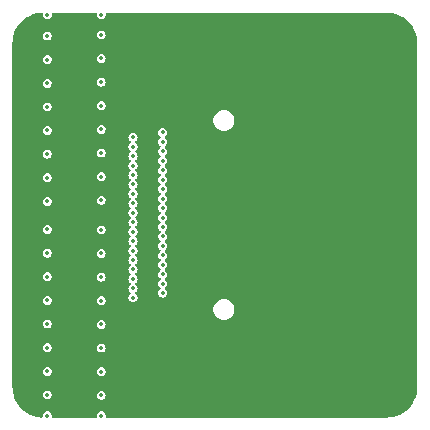
<source format=gbl>
%TF.GenerationSoftware,KiCad,Pcbnew,7.0.9*%
%TF.CreationDate,2024-03-23T01:13:53+08:00*%
%TF.ProjectId,8643____,38363433-4bd5-4a5e-932e-6b696361645f,rev?*%
%TF.SameCoordinates,Original*%
%TF.FileFunction,Copper,L4,Bot*%
%TF.FilePolarity,Positive*%
%FSLAX46Y46*%
G04 Gerber Fmt 4.6, Leading zero omitted, Abs format (unit mm)*
G04 Created by KiCad (PCBNEW 7.0.9) date 2024-03-23 01:13:53*
%MOMM*%
%LPD*%
G01*
G04 APERTURE LIST*
%TA.AperFunction,ComponentPad*%
%ADD10C,1.358000*%
%TD*%
%TA.AperFunction,ViaPad*%
%ADD11C,0.350000*%
%TD*%
G04 APERTURE END LIST*
D10*
%TO.P,J1,S1,SHIELD*%
%TO.N,GND*%
X167998000Y-86904000D03*
%TO.P,J1,S2,SHIELD*%
X167998000Y-69104000D03*
%TO.P,J1,S3,SHIELD*%
X171498000Y-86904000D03*
%TO.P,J1,S4,SHIELD*%
X171498000Y-69104000D03*
%TO.P,J1,S5,SHIELD*%
X173606400Y-86904000D03*
%TO.P,J1,S6,SHIELD*%
X174498000Y-69104000D03*
%TD*%
D11*
%TO.N,Net-(J4-Pin_9)*%
X157098000Y-84604000D03*
X151892000Y-94979500D03*
%TO.N,Net-(J4-Pin_8)*%
X157098000Y-83804000D03*
X151892000Y-93248000D03*
%TO.N,Net-(J4-Pin_7)*%
X157098000Y-83004000D03*
X151892000Y-91248000D03*
%TO.N,Net-(J4-Pin_6)*%
X151892000Y-89248000D03*
X157098000Y-82204000D03*
%TO.N,Net-(J4-Pin_5)*%
X157098000Y-81404000D03*
X151892000Y-87248000D03*
%TO.N,Net-(J4-Pin_4)*%
X151892000Y-85248000D03*
X157098000Y-80604000D03*
%TO.N,Net-(J4-Pin_3)*%
X151892000Y-83248000D03*
X157098000Y-79804000D03*
%TO.N,Net-(J4-Pin_2)*%
X151892000Y-81248000D03*
X157098000Y-79004000D03*
%TO.N,Net-(J4-Pin_1)*%
X151892000Y-79248000D03*
X157098000Y-78204000D03*
%TO.N,Net-(J5-Pin_9)*%
X151892000Y-76738000D03*
X157098000Y-77404000D03*
%TO.N,Net-(J5-Pin_8)*%
X151892000Y-74738000D03*
X157098000Y-76604000D03*
%TO.N,Net-(J5-Pin_7)*%
X151892000Y-72738000D03*
X157098000Y-75804000D03*
%TO.N,Net-(J5-Pin_6)*%
X151892000Y-70738000D03*
X157098000Y-75004000D03*
%TO.N,Net-(J5-Pin_5)*%
X151892000Y-68738000D03*
X157098000Y-74204000D03*
%TO.N,Net-(J5-Pin_4)*%
X157098000Y-73404000D03*
X151892000Y-66738000D03*
%TO.N,Net-(J5-Pin_3)*%
X151892000Y-64738000D03*
X157098000Y-72604000D03*
%TO.N,Net-(J5-Pin_2)*%
X157098000Y-71804000D03*
X151892000Y-62738000D03*
%TO.N,Net-(J5-Pin_1)*%
X151892000Y-61028500D03*
X157098000Y-71004000D03*
%TO.N,Net-(J2-Pin_1)*%
X154588000Y-85004000D03*
X147320000Y-94979500D03*
%TO.N,Net-(J2-Pin_2)*%
X147320000Y-93218000D03*
X154588000Y-84204000D03*
%TO.N,Net-(J2-Pin_3)*%
X147320000Y-91218000D03*
X154588000Y-83404000D03*
%TO.N,Net-(J2-Pin_4)*%
X147320000Y-89218000D03*
X154588000Y-82604000D03*
%TO.N,Net-(J2-Pin_5)*%
X147320000Y-87218000D03*
X154588000Y-81804000D03*
%TO.N,Net-(J2-Pin_6)*%
X147320000Y-85218000D03*
X154588000Y-81004000D03*
%TO.N,Net-(J2-Pin_7)*%
X147320000Y-83218000D03*
X154588000Y-80204000D03*
%TO.N,Net-(J2-Pin_8)*%
X147320000Y-81218000D03*
X154588000Y-79404000D03*
%TO.N,Net-(J2-Pin_9)*%
X147320000Y-79218000D03*
X154588000Y-78604000D03*
%TO.N,Net-(J3-Pin_1)*%
X154588000Y-77804000D03*
X147320000Y-76834000D03*
%TO.N,Net-(J3-Pin_2)*%
X154588000Y-77004000D03*
X147320000Y-74834000D03*
%TO.N,Net-(J3-Pin_3)*%
X154588000Y-76204000D03*
X147320000Y-72834000D03*
%TO.N,Net-(J3-Pin_4)*%
X154588000Y-75404000D03*
X147320000Y-70834000D03*
%TO.N,Net-(J3-Pin_5)*%
X147320000Y-68834000D03*
X154588000Y-74604000D03*
%TO.N,Net-(J3-Pin_6)*%
X147320000Y-66834000D03*
X154588000Y-73804000D03*
%TO.N,Net-(J3-Pin_7)*%
X147320000Y-64834000D03*
X154588000Y-73004000D03*
%TO.N,Net-(J3-Pin_8)*%
X154588000Y-72204000D03*
X147320000Y-62834000D03*
%TO.N,Net-(J3-Pin_9)*%
X154588000Y-71404000D03*
X147331437Y-61028500D03*
%TD*%
%TA.AperFunction,Conductor*%
%TO.N,GND*%
G36*
X151477481Y-60873713D02*
G01*
X151514026Y-60924013D01*
X151517712Y-60970837D01*
X151508579Y-61028503D01*
X151527344Y-61146981D01*
X151527345Y-61146984D01*
X151581806Y-61253869D01*
X151666631Y-61338694D01*
X151773516Y-61393155D01*
X151820909Y-61400661D01*
X151891997Y-61411921D01*
X151892000Y-61411921D01*
X151892003Y-61411921D01*
X151951242Y-61402538D01*
X152010484Y-61393155D01*
X152117369Y-61338694D01*
X152202194Y-61253869D01*
X152256655Y-61146984D01*
X152275421Y-61028500D01*
X152266288Y-60970836D01*
X152276015Y-60909428D01*
X152319979Y-60865464D01*
X152365650Y-60854500D01*
X175962486Y-60854500D01*
X176016584Y-60854500D01*
X176019405Y-60854579D01*
X176311827Y-60871001D01*
X176317436Y-60871633D01*
X176539885Y-60909428D01*
X176604788Y-60920455D01*
X176610274Y-60921707D01*
X176890366Y-61002400D01*
X176895687Y-61004263D01*
X177164972Y-61115805D01*
X177170036Y-61118243D01*
X177222039Y-61146984D01*
X177425152Y-61259241D01*
X177429925Y-61262240D01*
X177667634Y-61430904D01*
X177672039Y-61434416D01*
X177889381Y-61628646D01*
X177893353Y-61632618D01*
X178087581Y-61849958D01*
X178091101Y-61854372D01*
X178259755Y-62092068D01*
X178262758Y-62096847D01*
X178403752Y-62351955D01*
X178406198Y-62357034D01*
X178444945Y-62450579D01*
X178517736Y-62626313D01*
X178519601Y-62631641D01*
X178600288Y-62911709D01*
X178601544Y-62917213D01*
X178650366Y-63204563D01*
X178650998Y-63210172D01*
X178667421Y-63502595D01*
X178667500Y-63505416D01*
X178667500Y-92502583D01*
X178667421Y-92505404D01*
X178650998Y-92797827D01*
X178650366Y-92803436D01*
X178601544Y-93090786D01*
X178600288Y-93096290D01*
X178519601Y-93376358D01*
X178517736Y-93381686D01*
X178406201Y-93650958D01*
X178403752Y-93656044D01*
X178262758Y-93911152D01*
X178259755Y-93915931D01*
X178091101Y-94153627D01*
X178087581Y-94158041D01*
X177893363Y-94375371D01*
X177889371Y-94379363D01*
X177672041Y-94573581D01*
X177667627Y-94577101D01*
X177429931Y-94745755D01*
X177425152Y-94748758D01*
X177170044Y-94889752D01*
X177164958Y-94892201D01*
X176895686Y-95003736D01*
X176890358Y-95005601D01*
X176610290Y-95086288D01*
X176604786Y-95087544D01*
X176317436Y-95136366D01*
X176311827Y-95136998D01*
X176019405Y-95153421D01*
X176016584Y-95153500D01*
X152365650Y-95153500D01*
X152306519Y-95134287D01*
X152269974Y-95083987D01*
X152266288Y-95037163D01*
X152267854Y-95027277D01*
X152275421Y-94979500D01*
X152256655Y-94861016D01*
X152202194Y-94754131D01*
X152117369Y-94669306D01*
X152117368Y-94669305D01*
X152010484Y-94614845D01*
X152010481Y-94614844D01*
X151892003Y-94596079D01*
X151891997Y-94596079D01*
X151773518Y-94614844D01*
X151773515Y-94614845D01*
X151666631Y-94669305D01*
X151581805Y-94754131D01*
X151527345Y-94861015D01*
X151527344Y-94861018D01*
X151508579Y-94979496D01*
X151508579Y-94979497D01*
X151508579Y-94979500D01*
X151512713Y-95005601D01*
X151517712Y-95037163D01*
X151507985Y-95098572D01*
X151464021Y-95142536D01*
X151418350Y-95153500D01*
X147793650Y-95153500D01*
X147734519Y-95134287D01*
X147697974Y-95083987D01*
X147694288Y-95037163D01*
X147695854Y-95027277D01*
X147703421Y-94979500D01*
X147684655Y-94861016D01*
X147630194Y-94754131D01*
X147545369Y-94669306D01*
X147545368Y-94669305D01*
X147438484Y-94614845D01*
X147438481Y-94614844D01*
X147320003Y-94596079D01*
X147319997Y-94596079D01*
X147201518Y-94614844D01*
X147201515Y-94614845D01*
X147094631Y-94669305D01*
X147009805Y-94754131D01*
X146955345Y-94861015D01*
X146955344Y-94861018D01*
X146936579Y-94979497D01*
X146944146Y-95027277D01*
X146934419Y-95088685D01*
X146890455Y-95132649D01*
X146839144Y-95143455D01*
X146724173Y-95136998D01*
X146718564Y-95136366D01*
X146431213Y-95087544D01*
X146425710Y-95086288D01*
X146145641Y-95005601D01*
X146140313Y-95003736D01*
X145975372Y-94935416D01*
X145871034Y-94892198D01*
X145865955Y-94889752D01*
X145610847Y-94748758D01*
X145606068Y-94745755D01*
X145422395Y-94615432D01*
X145368367Y-94577097D01*
X145363958Y-94573581D01*
X145146618Y-94379353D01*
X145142646Y-94375381D01*
X144948416Y-94158039D01*
X144944904Y-94153634D01*
X144776240Y-93915925D01*
X144773241Y-93911152D01*
X144660056Y-93706360D01*
X144632243Y-93656036D01*
X144629805Y-93650972D01*
X144518263Y-93381686D01*
X144516400Y-93376366D01*
X144470776Y-93218002D01*
X146936579Y-93218002D01*
X146955344Y-93336481D01*
X146955345Y-93336484D01*
X147009806Y-93443369D01*
X147094631Y-93528194D01*
X147201516Y-93582655D01*
X147248909Y-93590161D01*
X147319997Y-93601421D01*
X147320000Y-93601421D01*
X147320003Y-93601421D01*
X147379242Y-93592038D01*
X147438484Y-93582655D01*
X147545369Y-93528194D01*
X147630194Y-93443369D01*
X147684655Y-93336484D01*
X147698669Y-93248002D01*
X151508579Y-93248002D01*
X151527344Y-93366481D01*
X151527345Y-93366484D01*
X151566519Y-93443368D01*
X151581806Y-93473369D01*
X151666631Y-93558194D01*
X151773516Y-93612655D01*
X151820909Y-93620161D01*
X151891997Y-93631421D01*
X151892000Y-93631421D01*
X151892003Y-93631421D01*
X151951242Y-93622038D01*
X152010484Y-93612655D01*
X152117369Y-93558194D01*
X152202194Y-93473369D01*
X152256655Y-93366484D01*
X152275421Y-93248000D01*
X152270669Y-93218000D01*
X152256655Y-93129518D01*
X152256655Y-93129516D01*
X152202194Y-93022631D01*
X152117369Y-92937806D01*
X152117368Y-92937805D01*
X152010484Y-92883345D01*
X152010481Y-92883344D01*
X151892003Y-92864579D01*
X151891997Y-92864579D01*
X151773518Y-92883344D01*
X151773515Y-92883345D01*
X151666631Y-92937805D01*
X151581805Y-93022631D01*
X151527345Y-93129515D01*
X151527344Y-93129518D01*
X151508579Y-93247997D01*
X151508579Y-93248002D01*
X147698669Y-93248002D01*
X147703421Y-93218002D01*
X147703421Y-93217997D01*
X147689407Y-93129518D01*
X147684655Y-93099516D01*
X147630194Y-92992631D01*
X147545369Y-92907806D01*
X147545368Y-92907805D01*
X147438484Y-92853345D01*
X147438481Y-92853344D01*
X147320003Y-92834579D01*
X147319997Y-92834579D01*
X147201518Y-92853344D01*
X147201515Y-92853345D01*
X147094631Y-92907805D01*
X147009805Y-92992631D01*
X146955345Y-93099515D01*
X146955344Y-93099518D01*
X146936579Y-93217997D01*
X146936579Y-93218002D01*
X144470776Y-93218002D01*
X144435707Y-93096274D01*
X144434455Y-93090786D01*
X144385633Y-92803436D01*
X144385001Y-92797827D01*
X144368579Y-92505404D01*
X144368500Y-92502583D01*
X144368500Y-91218002D01*
X146936579Y-91218002D01*
X146955344Y-91336481D01*
X146955345Y-91336484D01*
X147009806Y-91443369D01*
X147094631Y-91528194D01*
X147201516Y-91582655D01*
X147248909Y-91590161D01*
X147319997Y-91601421D01*
X147320000Y-91601421D01*
X147320003Y-91601421D01*
X147379242Y-91592038D01*
X147438484Y-91582655D01*
X147545369Y-91528194D01*
X147630194Y-91443369D01*
X147684655Y-91336484D01*
X147698669Y-91248002D01*
X151508579Y-91248002D01*
X151527344Y-91366481D01*
X151527345Y-91366484D01*
X151566519Y-91443368D01*
X151581806Y-91473369D01*
X151666631Y-91558194D01*
X151773516Y-91612655D01*
X151820909Y-91620161D01*
X151891997Y-91631421D01*
X151892000Y-91631421D01*
X151892003Y-91631421D01*
X151951242Y-91622038D01*
X152010484Y-91612655D01*
X152117369Y-91558194D01*
X152202194Y-91473369D01*
X152256655Y-91366484D01*
X152275421Y-91248000D01*
X152270669Y-91218000D01*
X152256655Y-91129518D01*
X152256655Y-91129516D01*
X152202194Y-91022631D01*
X152117369Y-90937806D01*
X152117368Y-90937805D01*
X152010484Y-90883345D01*
X152010481Y-90883344D01*
X151892003Y-90864579D01*
X151891997Y-90864579D01*
X151773518Y-90883344D01*
X151773515Y-90883345D01*
X151666631Y-90937805D01*
X151581805Y-91022631D01*
X151527345Y-91129515D01*
X151527344Y-91129518D01*
X151508579Y-91247997D01*
X151508579Y-91248002D01*
X147698669Y-91248002D01*
X147703421Y-91218002D01*
X147703421Y-91217997D01*
X147689407Y-91129518D01*
X147684655Y-91099516D01*
X147630194Y-90992631D01*
X147545369Y-90907806D01*
X147545368Y-90907805D01*
X147438484Y-90853345D01*
X147438481Y-90853344D01*
X147320003Y-90834579D01*
X147319997Y-90834579D01*
X147201518Y-90853344D01*
X147201515Y-90853345D01*
X147094631Y-90907805D01*
X147009805Y-90992631D01*
X146955345Y-91099515D01*
X146955344Y-91099518D01*
X146936579Y-91217997D01*
X146936579Y-91218002D01*
X144368500Y-91218002D01*
X144368500Y-89218002D01*
X146936579Y-89218002D01*
X146955344Y-89336481D01*
X146955345Y-89336484D01*
X147009806Y-89443369D01*
X147094631Y-89528194D01*
X147201516Y-89582655D01*
X147248909Y-89590161D01*
X147319997Y-89601421D01*
X147320000Y-89601421D01*
X147320003Y-89601421D01*
X147379242Y-89592038D01*
X147438484Y-89582655D01*
X147545369Y-89528194D01*
X147630194Y-89443369D01*
X147684655Y-89336484D01*
X147698669Y-89248002D01*
X151508579Y-89248002D01*
X151527344Y-89366481D01*
X151527345Y-89366484D01*
X151566519Y-89443368D01*
X151581806Y-89473369D01*
X151666631Y-89558194D01*
X151773516Y-89612655D01*
X151820909Y-89620161D01*
X151891997Y-89631421D01*
X151892000Y-89631421D01*
X151892003Y-89631421D01*
X151951242Y-89622038D01*
X152010484Y-89612655D01*
X152117369Y-89558194D01*
X152202194Y-89473369D01*
X152256655Y-89366484D01*
X152275421Y-89248000D01*
X152270669Y-89218000D01*
X152256655Y-89129518D01*
X152256655Y-89129516D01*
X152202194Y-89022631D01*
X152117369Y-88937806D01*
X152117368Y-88937805D01*
X152010484Y-88883345D01*
X152010481Y-88883344D01*
X151892003Y-88864579D01*
X151891997Y-88864579D01*
X151773518Y-88883344D01*
X151773515Y-88883345D01*
X151666631Y-88937805D01*
X151581805Y-89022631D01*
X151527345Y-89129515D01*
X151527344Y-89129518D01*
X151508579Y-89247997D01*
X151508579Y-89248002D01*
X147698669Y-89248002D01*
X147703421Y-89218002D01*
X147703421Y-89217997D01*
X147689407Y-89129518D01*
X147684655Y-89099516D01*
X147630194Y-88992631D01*
X147545369Y-88907806D01*
X147545368Y-88907805D01*
X147438484Y-88853345D01*
X147438481Y-88853344D01*
X147320003Y-88834579D01*
X147319997Y-88834579D01*
X147201518Y-88853344D01*
X147201515Y-88853345D01*
X147094631Y-88907805D01*
X147009805Y-88992631D01*
X146955345Y-89099515D01*
X146955344Y-89099518D01*
X146936579Y-89217997D01*
X146936579Y-89218002D01*
X144368500Y-89218002D01*
X144368500Y-87218002D01*
X146936579Y-87218002D01*
X146955344Y-87336481D01*
X146955345Y-87336484D01*
X147009806Y-87443369D01*
X147094631Y-87528194D01*
X147201516Y-87582655D01*
X147248909Y-87590161D01*
X147319997Y-87601421D01*
X147320000Y-87601421D01*
X147320003Y-87601421D01*
X147379242Y-87592038D01*
X147438484Y-87582655D01*
X147545369Y-87528194D01*
X147630194Y-87443369D01*
X147684655Y-87336484D01*
X147698669Y-87248002D01*
X151508579Y-87248002D01*
X151527344Y-87366481D01*
X151527345Y-87366484D01*
X151566519Y-87443368D01*
X151581806Y-87473369D01*
X151666631Y-87558194D01*
X151773516Y-87612655D01*
X151820909Y-87620161D01*
X151891997Y-87631421D01*
X151892000Y-87631421D01*
X151892003Y-87631421D01*
X151951242Y-87622038D01*
X152010484Y-87612655D01*
X152117369Y-87558194D01*
X152202194Y-87473369D01*
X152256655Y-87366484D01*
X152275421Y-87248000D01*
X152270669Y-87218000D01*
X152256655Y-87129518D01*
X152256655Y-87129516D01*
X152202194Y-87022631D01*
X152117369Y-86937806D01*
X152117368Y-86937805D01*
X152010484Y-86883345D01*
X152010481Y-86883344D01*
X151892003Y-86864579D01*
X151891997Y-86864579D01*
X151773518Y-86883344D01*
X151773515Y-86883345D01*
X151666631Y-86937805D01*
X151581805Y-87022631D01*
X151527345Y-87129515D01*
X151527344Y-87129518D01*
X151508579Y-87247997D01*
X151508579Y-87248002D01*
X147698669Y-87248002D01*
X147703421Y-87218002D01*
X147703421Y-87217997D01*
X147689407Y-87129518D01*
X147684655Y-87099516D01*
X147630194Y-86992631D01*
X147545369Y-86907806D01*
X147545368Y-86907805D01*
X147438484Y-86853345D01*
X147438481Y-86853344D01*
X147320003Y-86834579D01*
X147319997Y-86834579D01*
X147201518Y-86853344D01*
X147201515Y-86853345D01*
X147094631Y-86907805D01*
X147009805Y-86992631D01*
X146955345Y-87099515D01*
X146955344Y-87099518D01*
X146936579Y-87217997D01*
X146936579Y-87218002D01*
X144368500Y-87218002D01*
X144368500Y-86098121D01*
X161382500Y-86098121D01*
X161421635Y-86282244D01*
X161421636Y-86282248D01*
X161421637Y-86282249D01*
X161498202Y-86454216D01*
X161608848Y-86606507D01*
X161748739Y-86732466D01*
X161911761Y-86826586D01*
X162090789Y-86884756D01*
X162090788Y-86884756D01*
X162102971Y-86886036D01*
X162231066Y-86899500D01*
X162231070Y-86899500D01*
X162324930Y-86899500D01*
X162324934Y-86899500D01*
X162465211Y-86884756D01*
X162644239Y-86826586D01*
X162807261Y-86732466D01*
X162947152Y-86606507D01*
X163057798Y-86454217D01*
X163134363Y-86282249D01*
X163173500Y-86098121D01*
X163173500Y-85909879D01*
X163134363Y-85725751D01*
X163057798Y-85553784D01*
X162947152Y-85401493D01*
X162908267Y-85366481D01*
X162807261Y-85275534D01*
X162807260Y-85275533D01*
X162644239Y-85181414D01*
X162644236Y-85181413D01*
X162630331Y-85176895D01*
X162465211Y-85123244D01*
X162465209Y-85123243D01*
X162465211Y-85123243D01*
X162349298Y-85111060D01*
X162324934Y-85108500D01*
X162231066Y-85108500D01*
X162216323Y-85110049D01*
X162090790Y-85123243D01*
X161911763Y-85181413D01*
X161911760Y-85181414D01*
X161748739Y-85275533D01*
X161748738Y-85275534D01*
X161608850Y-85401489D01*
X161608846Y-85401494D01*
X161498204Y-85553779D01*
X161498204Y-85553780D01*
X161498202Y-85553783D01*
X161476992Y-85601421D01*
X161421635Y-85725755D01*
X161382500Y-85909878D01*
X161382500Y-86098121D01*
X144368500Y-86098121D01*
X144368500Y-85218002D01*
X146936579Y-85218002D01*
X146955344Y-85336481D01*
X146955345Y-85336484D01*
X146971736Y-85368654D01*
X147009806Y-85443369D01*
X147094631Y-85528194D01*
X147201516Y-85582655D01*
X147248909Y-85590161D01*
X147319997Y-85601421D01*
X147320000Y-85601421D01*
X147320003Y-85601421D01*
X147379242Y-85592038D01*
X147438484Y-85582655D01*
X147545369Y-85528194D01*
X147630194Y-85443369D01*
X147684655Y-85336484D01*
X147698669Y-85248002D01*
X151508579Y-85248002D01*
X151527344Y-85366481D01*
X151527345Y-85366484D01*
X151566519Y-85443368D01*
X151581806Y-85473369D01*
X151666631Y-85558194D01*
X151773516Y-85612655D01*
X151820909Y-85620161D01*
X151891997Y-85631421D01*
X151892000Y-85631421D01*
X151892003Y-85631421D01*
X151951242Y-85622038D01*
X152010484Y-85612655D01*
X152117369Y-85558194D01*
X152202194Y-85473369D01*
X152256655Y-85366484D01*
X152275421Y-85248000D01*
X152270669Y-85218000D01*
X152256655Y-85129518D01*
X152256655Y-85129516D01*
X152202194Y-85022631D01*
X152183565Y-85004002D01*
X154204579Y-85004002D01*
X154223344Y-85122481D01*
X154223345Y-85122484D01*
X154272011Y-85217997D01*
X154277806Y-85229369D01*
X154362631Y-85314194D01*
X154469516Y-85368655D01*
X154516909Y-85376161D01*
X154587997Y-85387421D01*
X154588000Y-85387421D01*
X154588003Y-85387421D01*
X154647242Y-85378038D01*
X154706484Y-85368655D01*
X154813369Y-85314194D01*
X154898194Y-85229369D01*
X154952655Y-85122484D01*
X154971421Y-85004000D01*
X154969620Y-84992631D01*
X154952655Y-84885518D01*
X154952655Y-84885516D01*
X154898194Y-84778631D01*
X154813369Y-84693806D01*
X154813036Y-84693636D01*
X154812770Y-84693370D01*
X154806963Y-84689151D01*
X154807631Y-84688231D01*
X154769072Y-84649675D01*
X154761836Y-84604002D01*
X156714579Y-84604002D01*
X156733344Y-84722481D01*
X156733345Y-84722484D01*
X156761953Y-84778631D01*
X156787806Y-84829369D01*
X156872631Y-84914194D01*
X156979516Y-84968655D01*
X157026909Y-84976161D01*
X157097997Y-84987421D01*
X157098000Y-84987421D01*
X157098003Y-84987421D01*
X157157242Y-84978038D01*
X157216484Y-84968655D01*
X157323369Y-84914194D01*
X157408194Y-84829369D01*
X157462655Y-84722484D01*
X157481421Y-84604000D01*
X157478929Y-84588267D01*
X157462655Y-84485518D01*
X157462655Y-84485516D01*
X157408194Y-84378631D01*
X157323369Y-84293806D01*
X157323036Y-84293636D01*
X157322770Y-84293370D01*
X157316963Y-84289151D01*
X157317631Y-84288231D01*
X157279072Y-84249675D01*
X157269343Y-84188267D01*
X157297567Y-84132868D01*
X157323037Y-84114363D01*
X157323369Y-84114194D01*
X157408194Y-84029369D01*
X157462655Y-83922484D01*
X157481421Y-83804000D01*
X157478929Y-83788267D01*
X157462655Y-83685518D01*
X157462655Y-83685516D01*
X157408194Y-83578631D01*
X157323369Y-83493806D01*
X157323036Y-83493636D01*
X157322770Y-83493370D01*
X157316963Y-83489151D01*
X157317631Y-83488231D01*
X157279072Y-83449675D01*
X157269343Y-83388267D01*
X157297567Y-83332868D01*
X157323037Y-83314363D01*
X157323369Y-83314194D01*
X157408194Y-83229369D01*
X157462655Y-83122484D01*
X157481421Y-83004000D01*
X157479620Y-82992631D01*
X157462655Y-82885518D01*
X157462655Y-82885516D01*
X157408194Y-82778631D01*
X157323369Y-82693806D01*
X157323036Y-82693636D01*
X157322770Y-82693370D01*
X157316963Y-82689151D01*
X157317631Y-82688231D01*
X157279072Y-82649675D01*
X157269343Y-82588267D01*
X157297567Y-82532868D01*
X157323037Y-82514363D01*
X157323369Y-82514194D01*
X157408194Y-82429369D01*
X157462655Y-82322484D01*
X157481421Y-82204000D01*
X157478929Y-82188267D01*
X157462655Y-82085518D01*
X157462655Y-82085516D01*
X157408194Y-81978631D01*
X157323369Y-81893806D01*
X157323036Y-81893636D01*
X157322770Y-81893370D01*
X157316963Y-81889151D01*
X157317631Y-81888231D01*
X157279072Y-81849675D01*
X157269343Y-81788267D01*
X157297567Y-81732868D01*
X157323037Y-81714363D01*
X157323369Y-81714194D01*
X157408194Y-81629369D01*
X157462655Y-81522484D01*
X157481421Y-81404000D01*
X157478929Y-81388267D01*
X157462655Y-81285518D01*
X157462655Y-81285516D01*
X157408194Y-81178631D01*
X157323369Y-81093806D01*
X157323036Y-81093636D01*
X157322770Y-81093370D01*
X157316963Y-81089151D01*
X157317631Y-81088231D01*
X157279072Y-81049675D01*
X157269343Y-80988267D01*
X157297567Y-80932868D01*
X157323037Y-80914363D01*
X157323369Y-80914194D01*
X157408194Y-80829369D01*
X157462655Y-80722484D01*
X157481421Y-80604000D01*
X157478929Y-80588267D01*
X157462655Y-80485518D01*
X157462655Y-80485516D01*
X157408194Y-80378631D01*
X157323369Y-80293806D01*
X157323036Y-80293636D01*
X157322770Y-80293370D01*
X157316963Y-80289151D01*
X157317631Y-80288231D01*
X157279072Y-80249675D01*
X157269343Y-80188267D01*
X157297567Y-80132868D01*
X157323037Y-80114363D01*
X157323369Y-80114194D01*
X157408194Y-80029369D01*
X157462655Y-79922484D01*
X157481421Y-79804000D01*
X157478929Y-79788267D01*
X157462655Y-79685518D01*
X157462655Y-79685516D01*
X157408194Y-79578631D01*
X157323369Y-79493806D01*
X157323036Y-79493636D01*
X157322770Y-79493370D01*
X157316963Y-79489151D01*
X157317631Y-79488231D01*
X157279072Y-79449675D01*
X157269343Y-79388267D01*
X157297567Y-79332868D01*
X157323037Y-79314363D01*
X157323369Y-79314194D01*
X157408194Y-79229369D01*
X157462655Y-79122484D01*
X157481421Y-79004000D01*
X157479620Y-78992631D01*
X157462655Y-78885518D01*
X157462655Y-78885516D01*
X157408194Y-78778631D01*
X157323369Y-78693806D01*
X157323036Y-78693636D01*
X157322770Y-78693370D01*
X157316963Y-78689151D01*
X157317631Y-78688231D01*
X157279072Y-78649675D01*
X157269343Y-78588267D01*
X157297567Y-78532868D01*
X157323037Y-78514363D01*
X157323369Y-78514194D01*
X157408194Y-78429369D01*
X157462655Y-78322484D01*
X157481421Y-78204000D01*
X157478929Y-78188267D01*
X157462655Y-78085518D01*
X157462655Y-78085516D01*
X157408194Y-77978631D01*
X157323369Y-77893806D01*
X157323036Y-77893636D01*
X157322770Y-77893370D01*
X157316963Y-77889151D01*
X157317631Y-77888231D01*
X157279072Y-77849675D01*
X157269343Y-77788267D01*
X157297567Y-77732868D01*
X157323037Y-77714363D01*
X157323369Y-77714194D01*
X157408194Y-77629369D01*
X157462655Y-77522484D01*
X157481421Y-77404000D01*
X157478929Y-77388267D01*
X157462655Y-77285518D01*
X157462655Y-77285516D01*
X157408194Y-77178631D01*
X157323369Y-77093806D01*
X157323036Y-77093636D01*
X157322770Y-77093370D01*
X157316963Y-77089151D01*
X157317631Y-77088231D01*
X157279072Y-77049675D01*
X157269343Y-76988267D01*
X157297567Y-76932868D01*
X157323037Y-76914363D01*
X157323369Y-76914194D01*
X157408194Y-76829369D01*
X157462655Y-76722484D01*
X157481421Y-76604000D01*
X157478929Y-76588267D01*
X157470155Y-76532868D01*
X157462655Y-76485516D01*
X157408194Y-76378631D01*
X157323369Y-76293806D01*
X157323036Y-76293636D01*
X157322770Y-76293370D01*
X157316963Y-76289151D01*
X157317631Y-76288231D01*
X157279072Y-76249675D01*
X157269343Y-76188267D01*
X157297567Y-76132868D01*
X157323037Y-76114363D01*
X157323369Y-76114194D01*
X157408194Y-76029369D01*
X157462655Y-75922484D01*
X157481421Y-75804000D01*
X157478929Y-75788267D01*
X157462655Y-75685518D01*
X157462655Y-75685516D01*
X157408194Y-75578631D01*
X157323369Y-75493806D01*
X157323036Y-75493636D01*
X157322770Y-75493370D01*
X157316963Y-75489151D01*
X157317631Y-75488231D01*
X157279072Y-75449675D01*
X157269343Y-75388267D01*
X157297567Y-75332868D01*
X157323037Y-75314363D01*
X157323369Y-75314194D01*
X157408194Y-75229369D01*
X157462655Y-75122484D01*
X157481421Y-75004000D01*
X157478929Y-74988267D01*
X157462655Y-74885518D01*
X157462655Y-74885516D01*
X157408194Y-74778631D01*
X157323369Y-74693806D01*
X157323036Y-74693636D01*
X157322770Y-74693370D01*
X157316963Y-74689151D01*
X157317631Y-74688231D01*
X157279072Y-74649675D01*
X157269343Y-74588267D01*
X157297567Y-74532868D01*
X157323037Y-74514363D01*
X157323369Y-74514194D01*
X157408194Y-74429369D01*
X157462655Y-74322484D01*
X157481421Y-74204000D01*
X157478929Y-74188267D01*
X157462655Y-74085518D01*
X157462655Y-74085516D01*
X157408194Y-73978631D01*
X157323369Y-73893806D01*
X157323036Y-73893636D01*
X157322770Y-73893370D01*
X157316963Y-73889151D01*
X157317631Y-73888231D01*
X157279072Y-73849675D01*
X157269343Y-73788267D01*
X157297567Y-73732868D01*
X157323037Y-73714363D01*
X157323369Y-73714194D01*
X157408194Y-73629369D01*
X157462655Y-73522484D01*
X157481421Y-73404000D01*
X157478929Y-73388267D01*
X157462655Y-73285518D01*
X157462655Y-73285516D01*
X157408194Y-73178631D01*
X157323369Y-73093806D01*
X157323036Y-73093636D01*
X157322770Y-73093370D01*
X157316963Y-73089151D01*
X157317631Y-73088231D01*
X157279072Y-73049675D01*
X157269343Y-72988267D01*
X157297567Y-72932868D01*
X157323037Y-72914363D01*
X157323369Y-72914194D01*
X157408194Y-72829369D01*
X157462655Y-72722484D01*
X157481421Y-72604000D01*
X157478929Y-72588267D01*
X157470155Y-72532868D01*
X157462655Y-72485516D01*
X157408194Y-72378631D01*
X157323369Y-72293806D01*
X157323036Y-72293636D01*
X157322770Y-72293370D01*
X157316963Y-72289151D01*
X157317631Y-72288231D01*
X157279072Y-72249675D01*
X157269343Y-72188267D01*
X157297567Y-72132868D01*
X157323037Y-72114363D01*
X157323369Y-72114194D01*
X157408194Y-72029369D01*
X157462655Y-71922484D01*
X157481421Y-71804000D01*
X157478929Y-71788267D01*
X157462655Y-71685518D01*
X157462655Y-71685516D01*
X157408194Y-71578631D01*
X157323369Y-71493806D01*
X157323036Y-71493636D01*
X157322770Y-71493370D01*
X157316963Y-71489151D01*
X157317631Y-71488231D01*
X157279072Y-71449675D01*
X157269343Y-71388267D01*
X157297567Y-71332868D01*
X157323037Y-71314363D01*
X157323369Y-71314194D01*
X157408194Y-71229369D01*
X157462655Y-71122484D01*
X157481421Y-71004000D01*
X157462655Y-70885516D01*
X157408194Y-70778631D01*
X157323369Y-70693806D01*
X157323368Y-70693805D01*
X157216484Y-70639345D01*
X157216481Y-70639344D01*
X157098003Y-70620579D01*
X157097997Y-70620579D01*
X156979518Y-70639344D01*
X156979515Y-70639345D01*
X156872631Y-70693805D01*
X156787805Y-70778631D01*
X156733345Y-70885515D01*
X156733344Y-70885518D01*
X156714579Y-71003997D01*
X156714579Y-71004002D01*
X156733344Y-71122481D01*
X156733345Y-71122484D01*
X156772155Y-71198654D01*
X156787806Y-71229369D01*
X156872631Y-71314194D01*
X156872963Y-71314363D01*
X156872967Y-71314365D01*
X156873236Y-71314634D01*
X156879037Y-71318849D01*
X156878369Y-71319767D01*
X156916930Y-71358330D01*
X156926655Y-71419739D01*
X156898428Y-71475136D01*
X156872967Y-71493635D01*
X156872630Y-71493806D01*
X156787805Y-71578631D01*
X156733345Y-71685515D01*
X156733344Y-71685518D01*
X156714579Y-71803997D01*
X156714579Y-71804002D01*
X156733344Y-71922481D01*
X156733345Y-71922484D01*
X156761953Y-71978631D01*
X156787806Y-72029369D01*
X156872631Y-72114194D01*
X156872963Y-72114363D01*
X156872967Y-72114365D01*
X156873236Y-72114634D01*
X156879037Y-72118849D01*
X156878369Y-72119767D01*
X156916930Y-72158330D01*
X156926655Y-72219739D01*
X156898428Y-72275136D01*
X156872967Y-72293635D01*
X156872630Y-72293806D01*
X156787805Y-72378631D01*
X156733345Y-72485515D01*
X156733344Y-72485518D01*
X156714579Y-72603997D01*
X156714579Y-72604002D01*
X156733344Y-72722481D01*
X156733345Y-72722484D01*
X156761953Y-72778631D01*
X156787806Y-72829369D01*
X156872631Y-72914194D01*
X156872963Y-72914363D01*
X156872967Y-72914365D01*
X156873236Y-72914634D01*
X156879037Y-72918849D01*
X156878369Y-72919767D01*
X156916930Y-72958330D01*
X156926655Y-73019739D01*
X156898428Y-73075136D01*
X156872967Y-73093635D01*
X156872630Y-73093806D01*
X156787805Y-73178631D01*
X156733345Y-73285515D01*
X156733344Y-73285518D01*
X156714579Y-73403997D01*
X156714579Y-73404002D01*
X156733344Y-73522481D01*
X156733345Y-73522484D01*
X156761953Y-73578631D01*
X156787806Y-73629369D01*
X156872631Y-73714194D01*
X156872963Y-73714363D01*
X156872967Y-73714365D01*
X156873236Y-73714634D01*
X156879037Y-73718849D01*
X156878369Y-73719767D01*
X156916930Y-73758330D01*
X156926655Y-73819739D01*
X156898428Y-73875136D01*
X156872967Y-73893635D01*
X156872630Y-73893806D01*
X156787805Y-73978631D01*
X156733345Y-74085515D01*
X156733344Y-74085518D01*
X156714579Y-74203997D01*
X156714579Y-74204002D01*
X156733344Y-74322481D01*
X156733345Y-74322484D01*
X156787009Y-74427806D01*
X156787806Y-74429369D01*
X156872631Y-74514194D01*
X156872963Y-74514363D01*
X156872967Y-74514365D01*
X156873236Y-74514634D01*
X156879037Y-74518849D01*
X156878369Y-74519767D01*
X156916930Y-74558330D01*
X156926655Y-74619739D01*
X156898428Y-74675136D01*
X156872967Y-74693635D01*
X156872630Y-74693806D01*
X156787805Y-74778631D01*
X156733345Y-74885515D01*
X156733344Y-74885518D01*
X156714579Y-75003997D01*
X156714579Y-75004002D01*
X156733344Y-75122481D01*
X156733345Y-75122484D01*
X156772155Y-75198654D01*
X156787806Y-75229369D01*
X156872631Y-75314194D01*
X156872963Y-75314363D01*
X156872967Y-75314365D01*
X156873236Y-75314634D01*
X156879037Y-75318849D01*
X156878369Y-75319767D01*
X156916930Y-75358330D01*
X156926655Y-75419739D01*
X156898428Y-75475136D01*
X156872967Y-75493635D01*
X156872630Y-75493806D01*
X156787805Y-75578631D01*
X156733345Y-75685515D01*
X156733344Y-75685518D01*
X156714579Y-75803997D01*
X156714579Y-75804002D01*
X156733344Y-75922481D01*
X156733345Y-75922484D01*
X156761953Y-75978631D01*
X156787806Y-76029369D01*
X156872631Y-76114194D01*
X156872963Y-76114363D01*
X156872967Y-76114365D01*
X156873236Y-76114634D01*
X156879037Y-76118849D01*
X156878369Y-76119767D01*
X156916930Y-76158330D01*
X156926655Y-76219739D01*
X156898428Y-76275136D01*
X156872967Y-76293635D01*
X156872630Y-76293806D01*
X156787805Y-76378631D01*
X156733345Y-76485515D01*
X156733344Y-76485518D01*
X156714579Y-76603997D01*
X156714579Y-76604002D01*
X156733344Y-76722481D01*
X156733345Y-76722484D01*
X156761953Y-76778631D01*
X156787806Y-76829369D01*
X156872631Y-76914194D01*
X156872963Y-76914363D01*
X156872967Y-76914365D01*
X156873236Y-76914634D01*
X156879037Y-76918849D01*
X156878369Y-76919767D01*
X156916930Y-76958330D01*
X156926655Y-77019739D01*
X156898428Y-77075136D01*
X156872967Y-77093635D01*
X156872630Y-77093806D01*
X156787805Y-77178631D01*
X156733345Y-77285515D01*
X156733344Y-77285518D01*
X156714579Y-77403997D01*
X156714579Y-77404002D01*
X156733344Y-77522481D01*
X156733345Y-77522484D01*
X156761953Y-77578631D01*
X156787806Y-77629369D01*
X156872631Y-77714194D01*
X156872963Y-77714363D01*
X156872967Y-77714365D01*
X156873236Y-77714634D01*
X156879037Y-77718849D01*
X156878369Y-77719767D01*
X156916930Y-77758330D01*
X156926655Y-77819739D01*
X156898428Y-77875136D01*
X156872967Y-77893635D01*
X156872630Y-77893806D01*
X156787805Y-77978631D01*
X156733345Y-78085515D01*
X156733344Y-78085518D01*
X156714579Y-78203997D01*
X156714579Y-78204002D01*
X156733344Y-78322481D01*
X156733345Y-78322484D01*
X156761953Y-78378631D01*
X156787806Y-78429369D01*
X156872631Y-78514194D01*
X156872963Y-78514363D01*
X156872967Y-78514365D01*
X156873236Y-78514634D01*
X156879037Y-78518849D01*
X156878369Y-78519767D01*
X156916930Y-78558330D01*
X156926655Y-78619739D01*
X156898428Y-78675136D01*
X156872967Y-78693635D01*
X156872630Y-78693806D01*
X156787805Y-78778631D01*
X156733345Y-78885515D01*
X156733344Y-78885518D01*
X156714579Y-79003997D01*
X156714579Y-79004002D01*
X156733344Y-79122481D01*
X156733345Y-79122484D01*
X156782011Y-79217997D01*
X156787806Y-79229369D01*
X156872631Y-79314194D01*
X156872963Y-79314363D01*
X156872967Y-79314365D01*
X156873236Y-79314634D01*
X156879037Y-79318849D01*
X156878369Y-79319767D01*
X156916930Y-79358330D01*
X156926655Y-79419739D01*
X156898428Y-79475136D01*
X156872967Y-79493635D01*
X156872630Y-79493806D01*
X156787805Y-79578631D01*
X156733345Y-79685515D01*
X156733344Y-79685518D01*
X156714579Y-79803997D01*
X156714579Y-79804002D01*
X156733344Y-79922481D01*
X156733345Y-79922484D01*
X156761953Y-79978631D01*
X156787806Y-80029369D01*
X156872631Y-80114194D01*
X156872963Y-80114363D01*
X156872967Y-80114365D01*
X156873236Y-80114634D01*
X156879037Y-80118849D01*
X156878369Y-80119767D01*
X156916930Y-80158330D01*
X156926655Y-80219739D01*
X156898428Y-80275136D01*
X156872967Y-80293635D01*
X156872630Y-80293806D01*
X156787805Y-80378631D01*
X156733345Y-80485515D01*
X156733344Y-80485518D01*
X156714579Y-80603997D01*
X156714579Y-80604002D01*
X156733344Y-80722481D01*
X156733345Y-80722484D01*
X156761953Y-80778631D01*
X156787806Y-80829369D01*
X156872631Y-80914194D01*
X156872963Y-80914363D01*
X156872967Y-80914365D01*
X156873236Y-80914634D01*
X156879037Y-80918849D01*
X156878369Y-80919767D01*
X156916930Y-80958330D01*
X156926655Y-81019739D01*
X156898428Y-81075136D01*
X156872967Y-81093635D01*
X156872630Y-81093806D01*
X156787805Y-81178631D01*
X156733345Y-81285515D01*
X156733344Y-81285518D01*
X156714579Y-81403997D01*
X156714579Y-81404002D01*
X156733344Y-81522481D01*
X156733345Y-81522484D01*
X156779289Y-81612655D01*
X156787806Y-81629369D01*
X156872631Y-81714194D01*
X156872963Y-81714363D01*
X156872967Y-81714365D01*
X156873236Y-81714634D01*
X156879037Y-81718849D01*
X156878369Y-81719767D01*
X156916930Y-81758330D01*
X156926655Y-81819739D01*
X156898428Y-81875136D01*
X156872967Y-81893635D01*
X156872630Y-81893806D01*
X156787805Y-81978631D01*
X156733345Y-82085515D01*
X156733344Y-82085518D01*
X156714579Y-82203997D01*
X156714579Y-82204002D01*
X156733344Y-82322481D01*
X156733345Y-82322484D01*
X156761953Y-82378631D01*
X156787806Y-82429369D01*
X156872631Y-82514194D01*
X156872963Y-82514363D01*
X156872967Y-82514365D01*
X156873236Y-82514634D01*
X156879037Y-82518849D01*
X156878369Y-82519767D01*
X156916930Y-82558330D01*
X156926655Y-82619739D01*
X156898428Y-82675136D01*
X156872967Y-82693635D01*
X156872630Y-82693806D01*
X156787805Y-82778631D01*
X156733345Y-82885515D01*
X156733344Y-82885518D01*
X156714579Y-83003997D01*
X156714579Y-83004002D01*
X156733344Y-83122481D01*
X156733345Y-83122484D01*
X156782011Y-83217997D01*
X156787806Y-83229369D01*
X156872631Y-83314194D01*
X156872963Y-83314363D01*
X156872967Y-83314365D01*
X156873236Y-83314634D01*
X156879037Y-83318849D01*
X156878369Y-83319767D01*
X156916930Y-83358330D01*
X156926655Y-83419739D01*
X156898428Y-83475136D01*
X156872967Y-83493635D01*
X156872630Y-83493806D01*
X156787805Y-83578631D01*
X156733345Y-83685515D01*
X156733344Y-83685518D01*
X156714579Y-83803997D01*
X156714579Y-83804002D01*
X156733344Y-83922481D01*
X156733345Y-83922484D01*
X156761953Y-83978631D01*
X156787806Y-84029369D01*
X156872631Y-84114194D01*
X156872963Y-84114363D01*
X156872967Y-84114365D01*
X156873236Y-84114634D01*
X156879037Y-84118849D01*
X156878369Y-84119767D01*
X156916930Y-84158330D01*
X156926655Y-84219739D01*
X156898428Y-84275136D01*
X156872967Y-84293635D01*
X156872630Y-84293806D01*
X156787805Y-84378631D01*
X156733345Y-84485515D01*
X156733344Y-84485518D01*
X156714579Y-84603997D01*
X156714579Y-84604002D01*
X154761836Y-84604002D01*
X154759343Y-84588267D01*
X154787567Y-84532868D01*
X154813037Y-84514363D01*
X154813369Y-84514194D01*
X154898194Y-84429369D01*
X154952655Y-84322484D01*
X154971421Y-84204000D01*
X154968929Y-84188267D01*
X154952655Y-84085518D01*
X154952655Y-84085516D01*
X154898194Y-83978631D01*
X154813369Y-83893806D01*
X154813036Y-83893636D01*
X154812770Y-83893370D01*
X154806963Y-83889151D01*
X154807631Y-83888231D01*
X154769072Y-83849675D01*
X154759343Y-83788267D01*
X154787567Y-83732868D01*
X154813037Y-83714363D01*
X154813369Y-83714194D01*
X154898194Y-83629369D01*
X154952655Y-83522484D01*
X154971421Y-83404000D01*
X154968929Y-83388267D01*
X154952655Y-83285518D01*
X154952655Y-83285516D01*
X154898194Y-83178631D01*
X154813369Y-83093806D01*
X154813036Y-83093636D01*
X154812770Y-83093370D01*
X154806963Y-83089151D01*
X154807631Y-83088231D01*
X154769072Y-83049675D01*
X154759343Y-82988267D01*
X154787567Y-82932868D01*
X154813037Y-82914363D01*
X154813369Y-82914194D01*
X154898194Y-82829369D01*
X154952655Y-82722484D01*
X154971421Y-82604000D01*
X154968929Y-82588267D01*
X154952655Y-82485518D01*
X154952655Y-82485516D01*
X154898194Y-82378631D01*
X154813369Y-82293806D01*
X154813036Y-82293636D01*
X154812770Y-82293370D01*
X154806963Y-82289151D01*
X154807631Y-82288231D01*
X154769072Y-82249675D01*
X154759343Y-82188267D01*
X154787567Y-82132868D01*
X154813037Y-82114363D01*
X154813369Y-82114194D01*
X154898194Y-82029369D01*
X154952655Y-81922484D01*
X154971421Y-81804000D01*
X154968929Y-81788267D01*
X154952655Y-81685518D01*
X154952655Y-81685516D01*
X154898194Y-81578631D01*
X154813369Y-81493806D01*
X154813036Y-81493636D01*
X154812770Y-81493370D01*
X154806963Y-81489151D01*
X154807631Y-81488231D01*
X154769072Y-81449675D01*
X154759343Y-81388267D01*
X154787567Y-81332868D01*
X154813037Y-81314363D01*
X154813369Y-81314194D01*
X154898194Y-81229369D01*
X154952655Y-81122484D01*
X154971421Y-81004000D01*
X154969620Y-80992631D01*
X154952655Y-80885518D01*
X154952655Y-80885516D01*
X154898194Y-80778631D01*
X154813369Y-80693806D01*
X154813036Y-80693636D01*
X154812770Y-80693370D01*
X154806963Y-80689151D01*
X154807631Y-80688231D01*
X154769072Y-80649675D01*
X154759343Y-80588267D01*
X154787567Y-80532868D01*
X154813037Y-80514363D01*
X154813369Y-80514194D01*
X154898194Y-80429369D01*
X154952655Y-80322484D01*
X154971421Y-80204000D01*
X154968929Y-80188267D01*
X154952655Y-80085518D01*
X154952655Y-80085516D01*
X154898194Y-79978631D01*
X154813369Y-79893806D01*
X154813036Y-79893636D01*
X154812770Y-79893370D01*
X154806963Y-79889151D01*
X154807631Y-79888231D01*
X154769072Y-79849675D01*
X154759343Y-79788267D01*
X154787567Y-79732868D01*
X154813037Y-79714363D01*
X154813369Y-79714194D01*
X154898194Y-79629369D01*
X154952655Y-79522484D01*
X154971421Y-79404000D01*
X154968929Y-79388267D01*
X154952655Y-79285518D01*
X154952655Y-79285516D01*
X154898194Y-79178631D01*
X154813369Y-79093806D01*
X154813036Y-79093636D01*
X154812770Y-79093370D01*
X154806963Y-79089151D01*
X154807631Y-79088231D01*
X154769072Y-79049675D01*
X154759343Y-78988267D01*
X154787567Y-78932868D01*
X154813037Y-78914363D01*
X154813369Y-78914194D01*
X154898194Y-78829369D01*
X154952655Y-78722484D01*
X154971421Y-78604000D01*
X154968929Y-78588267D01*
X154952655Y-78485518D01*
X154952655Y-78485516D01*
X154898194Y-78378631D01*
X154813369Y-78293806D01*
X154813036Y-78293636D01*
X154812770Y-78293370D01*
X154806963Y-78289151D01*
X154807631Y-78288231D01*
X154769072Y-78249675D01*
X154759343Y-78188267D01*
X154787567Y-78132868D01*
X154813037Y-78114363D01*
X154813369Y-78114194D01*
X154898194Y-78029369D01*
X154952655Y-77922484D01*
X154971421Y-77804000D01*
X154968929Y-77788267D01*
X154952655Y-77685518D01*
X154952655Y-77685516D01*
X154898194Y-77578631D01*
X154813369Y-77493806D01*
X154813036Y-77493636D01*
X154812770Y-77493370D01*
X154806963Y-77489151D01*
X154807631Y-77488231D01*
X154769072Y-77449675D01*
X154759343Y-77388267D01*
X154787567Y-77332868D01*
X154813037Y-77314363D01*
X154813369Y-77314194D01*
X154898194Y-77229369D01*
X154952655Y-77122484D01*
X154971421Y-77004000D01*
X154968929Y-76988267D01*
X154952655Y-76885518D01*
X154952655Y-76885516D01*
X154898194Y-76778631D01*
X154813369Y-76693806D01*
X154813036Y-76693636D01*
X154812770Y-76693370D01*
X154806963Y-76689151D01*
X154807631Y-76688231D01*
X154769072Y-76649675D01*
X154759343Y-76588267D01*
X154787567Y-76532868D01*
X154813037Y-76514363D01*
X154813369Y-76514194D01*
X154898194Y-76429369D01*
X154952655Y-76322484D01*
X154971421Y-76204000D01*
X154968929Y-76188267D01*
X154952655Y-76085518D01*
X154952655Y-76085516D01*
X154898194Y-75978631D01*
X154813369Y-75893806D01*
X154813036Y-75893636D01*
X154812770Y-75893370D01*
X154806963Y-75889151D01*
X154807631Y-75888231D01*
X154769072Y-75849675D01*
X154759343Y-75788267D01*
X154787567Y-75732868D01*
X154813037Y-75714363D01*
X154813369Y-75714194D01*
X154898194Y-75629369D01*
X154952655Y-75522484D01*
X154971421Y-75404000D01*
X154968929Y-75388267D01*
X154952655Y-75285518D01*
X154952655Y-75285516D01*
X154898194Y-75178631D01*
X154813369Y-75093806D01*
X154813036Y-75093636D01*
X154812770Y-75093370D01*
X154806963Y-75089151D01*
X154807631Y-75088231D01*
X154769072Y-75049675D01*
X154759343Y-74988267D01*
X154787567Y-74932868D01*
X154813037Y-74914363D01*
X154813369Y-74914194D01*
X154898194Y-74829369D01*
X154952655Y-74722484D01*
X154971421Y-74604000D01*
X154968929Y-74588267D01*
X154960155Y-74532868D01*
X154952655Y-74485516D01*
X154898194Y-74378631D01*
X154813369Y-74293806D01*
X154813036Y-74293636D01*
X154812770Y-74293370D01*
X154806963Y-74289151D01*
X154807631Y-74288231D01*
X154769072Y-74249675D01*
X154759343Y-74188267D01*
X154787567Y-74132868D01*
X154813037Y-74114363D01*
X154813369Y-74114194D01*
X154898194Y-74029369D01*
X154952655Y-73922484D01*
X154971421Y-73804000D01*
X154968929Y-73788267D01*
X154952655Y-73685518D01*
X154952655Y-73685516D01*
X154898194Y-73578631D01*
X154813369Y-73493806D01*
X154813036Y-73493636D01*
X154812770Y-73493370D01*
X154806963Y-73489151D01*
X154807631Y-73488231D01*
X154769072Y-73449675D01*
X154759343Y-73388267D01*
X154787567Y-73332868D01*
X154813037Y-73314363D01*
X154813369Y-73314194D01*
X154898194Y-73229369D01*
X154952655Y-73122484D01*
X154971421Y-73004000D01*
X154968929Y-72988267D01*
X154952655Y-72885518D01*
X154952655Y-72885516D01*
X154898194Y-72778631D01*
X154813369Y-72693806D01*
X154813036Y-72693636D01*
X154812770Y-72693370D01*
X154806963Y-72689151D01*
X154807631Y-72688231D01*
X154769072Y-72649675D01*
X154759343Y-72588267D01*
X154787567Y-72532868D01*
X154813037Y-72514363D01*
X154813369Y-72514194D01*
X154898194Y-72429369D01*
X154952655Y-72322484D01*
X154971421Y-72204000D01*
X154968929Y-72188267D01*
X154952655Y-72085518D01*
X154952655Y-72085516D01*
X154898194Y-71978631D01*
X154813369Y-71893806D01*
X154813036Y-71893636D01*
X154812770Y-71893370D01*
X154806963Y-71889151D01*
X154807631Y-71888231D01*
X154769072Y-71849675D01*
X154759343Y-71788267D01*
X154787567Y-71732868D01*
X154813037Y-71714363D01*
X154813369Y-71714194D01*
X154898194Y-71629369D01*
X154952655Y-71522484D01*
X154971421Y-71404000D01*
X154968929Y-71388267D01*
X154952655Y-71285518D01*
X154952655Y-71285516D01*
X154898194Y-71178631D01*
X154813369Y-71093806D01*
X154813368Y-71093805D01*
X154706484Y-71039345D01*
X154706481Y-71039344D01*
X154588003Y-71020579D01*
X154587997Y-71020579D01*
X154469518Y-71039344D01*
X154469515Y-71039345D01*
X154362631Y-71093805D01*
X154277805Y-71178631D01*
X154223345Y-71285515D01*
X154223344Y-71285518D01*
X154204579Y-71403997D01*
X154204579Y-71404002D01*
X154223344Y-71522481D01*
X154223345Y-71522484D01*
X154251953Y-71578631D01*
X154277806Y-71629369D01*
X154362631Y-71714194D01*
X154362963Y-71714363D01*
X154362967Y-71714365D01*
X154363236Y-71714634D01*
X154369037Y-71718849D01*
X154368369Y-71719767D01*
X154406930Y-71758330D01*
X154416655Y-71819739D01*
X154388428Y-71875136D01*
X154362967Y-71893635D01*
X154362630Y-71893806D01*
X154277805Y-71978631D01*
X154223345Y-72085515D01*
X154223344Y-72085518D01*
X154204579Y-72203997D01*
X154204579Y-72204002D01*
X154223344Y-72322481D01*
X154223345Y-72322484D01*
X154277009Y-72427806D01*
X154277806Y-72429369D01*
X154362631Y-72514194D01*
X154362963Y-72514363D01*
X154362967Y-72514365D01*
X154363236Y-72514634D01*
X154369037Y-72518849D01*
X154368369Y-72519767D01*
X154406930Y-72558330D01*
X154416655Y-72619739D01*
X154388428Y-72675136D01*
X154362967Y-72693635D01*
X154362630Y-72693806D01*
X154277805Y-72778631D01*
X154223345Y-72885515D01*
X154223344Y-72885518D01*
X154204579Y-73003997D01*
X154204579Y-73004002D01*
X154223344Y-73122481D01*
X154223345Y-73122484D01*
X154262155Y-73198654D01*
X154277806Y-73229369D01*
X154362631Y-73314194D01*
X154362963Y-73314363D01*
X154362967Y-73314365D01*
X154363236Y-73314634D01*
X154369037Y-73318849D01*
X154368369Y-73319767D01*
X154406930Y-73358330D01*
X154416655Y-73419739D01*
X154388428Y-73475136D01*
X154362967Y-73493635D01*
X154362630Y-73493806D01*
X154277805Y-73578631D01*
X154223345Y-73685515D01*
X154223344Y-73685518D01*
X154204579Y-73803997D01*
X154204579Y-73804002D01*
X154223344Y-73922481D01*
X154223345Y-73922484D01*
X154251953Y-73978631D01*
X154277806Y-74029369D01*
X154362631Y-74114194D01*
X154362963Y-74114363D01*
X154362967Y-74114365D01*
X154363236Y-74114634D01*
X154369037Y-74118849D01*
X154368369Y-74119767D01*
X154406930Y-74158330D01*
X154416655Y-74219739D01*
X154388428Y-74275136D01*
X154362967Y-74293635D01*
X154362630Y-74293806D01*
X154277805Y-74378631D01*
X154223345Y-74485515D01*
X154223344Y-74485518D01*
X154204579Y-74603997D01*
X154204579Y-74604002D01*
X154223344Y-74722481D01*
X154223345Y-74722484D01*
X154251953Y-74778631D01*
X154277806Y-74829369D01*
X154362631Y-74914194D01*
X154362963Y-74914363D01*
X154362967Y-74914365D01*
X154363236Y-74914634D01*
X154369037Y-74918849D01*
X154368369Y-74919767D01*
X154406930Y-74958330D01*
X154416655Y-75019739D01*
X154388428Y-75075136D01*
X154362967Y-75093635D01*
X154362630Y-75093806D01*
X154277805Y-75178631D01*
X154223345Y-75285515D01*
X154223344Y-75285518D01*
X154204579Y-75403997D01*
X154204579Y-75404002D01*
X154223344Y-75522481D01*
X154223345Y-75522484D01*
X154251953Y-75578631D01*
X154277806Y-75629369D01*
X154362631Y-75714194D01*
X154362963Y-75714363D01*
X154362967Y-75714365D01*
X154363236Y-75714634D01*
X154369037Y-75718849D01*
X154368369Y-75719767D01*
X154406930Y-75758330D01*
X154416655Y-75819739D01*
X154388428Y-75875136D01*
X154362967Y-75893635D01*
X154362630Y-75893806D01*
X154277805Y-75978631D01*
X154223345Y-76085515D01*
X154223344Y-76085518D01*
X154204579Y-76203997D01*
X154204579Y-76204002D01*
X154223344Y-76322481D01*
X154223345Y-76322484D01*
X154277009Y-76427806D01*
X154277806Y-76429369D01*
X154362631Y-76514194D01*
X154362963Y-76514363D01*
X154362967Y-76514365D01*
X154363236Y-76514634D01*
X154369037Y-76518849D01*
X154368369Y-76519767D01*
X154406930Y-76558330D01*
X154416655Y-76619739D01*
X154388428Y-76675136D01*
X154362967Y-76693635D01*
X154362630Y-76693806D01*
X154277805Y-76778631D01*
X154223345Y-76885515D01*
X154223344Y-76885518D01*
X154204579Y-77003997D01*
X154204579Y-77004002D01*
X154223344Y-77122481D01*
X154223345Y-77122484D01*
X154262155Y-77198654D01*
X154277806Y-77229369D01*
X154362631Y-77314194D01*
X154362963Y-77314363D01*
X154362967Y-77314365D01*
X154363236Y-77314634D01*
X154369037Y-77318849D01*
X154368369Y-77319767D01*
X154406930Y-77358330D01*
X154416655Y-77419739D01*
X154388428Y-77475136D01*
X154362967Y-77493635D01*
X154362630Y-77493806D01*
X154277805Y-77578631D01*
X154223345Y-77685515D01*
X154223344Y-77685518D01*
X154204579Y-77803997D01*
X154204579Y-77804002D01*
X154223344Y-77922481D01*
X154223345Y-77922484D01*
X154251953Y-77978631D01*
X154277806Y-78029369D01*
X154362631Y-78114194D01*
X154362963Y-78114363D01*
X154362967Y-78114365D01*
X154363236Y-78114634D01*
X154369037Y-78118849D01*
X154368369Y-78119767D01*
X154406930Y-78158330D01*
X154416655Y-78219739D01*
X154388428Y-78275136D01*
X154362967Y-78293635D01*
X154362630Y-78293806D01*
X154277805Y-78378631D01*
X154223345Y-78485515D01*
X154223344Y-78485518D01*
X154204579Y-78603997D01*
X154204579Y-78604002D01*
X154223344Y-78722481D01*
X154223345Y-78722484D01*
X154251953Y-78778631D01*
X154277806Y-78829369D01*
X154362631Y-78914194D01*
X154362963Y-78914363D01*
X154362967Y-78914365D01*
X154363236Y-78914634D01*
X154369037Y-78918849D01*
X154368369Y-78919767D01*
X154406930Y-78958330D01*
X154416655Y-79019739D01*
X154388428Y-79075136D01*
X154362967Y-79093635D01*
X154362630Y-79093806D01*
X154277805Y-79178631D01*
X154223345Y-79285515D01*
X154223344Y-79285518D01*
X154204579Y-79403997D01*
X154204579Y-79404002D01*
X154223344Y-79522481D01*
X154223345Y-79522484D01*
X154269289Y-79612655D01*
X154277806Y-79629369D01*
X154362631Y-79714194D01*
X154362963Y-79714363D01*
X154362967Y-79714365D01*
X154363236Y-79714634D01*
X154369037Y-79718849D01*
X154368369Y-79719767D01*
X154406930Y-79758330D01*
X154416655Y-79819739D01*
X154388428Y-79875136D01*
X154362967Y-79893635D01*
X154362630Y-79893806D01*
X154277805Y-79978631D01*
X154223345Y-80085515D01*
X154223344Y-80085518D01*
X154204579Y-80203997D01*
X154204579Y-80204002D01*
X154223344Y-80322481D01*
X154223345Y-80322484D01*
X154251953Y-80378631D01*
X154277806Y-80429369D01*
X154362631Y-80514194D01*
X154362963Y-80514363D01*
X154362967Y-80514365D01*
X154363236Y-80514634D01*
X154369037Y-80518849D01*
X154368369Y-80519767D01*
X154406930Y-80558330D01*
X154416655Y-80619739D01*
X154388428Y-80675136D01*
X154362967Y-80693635D01*
X154362630Y-80693806D01*
X154277805Y-80778631D01*
X154223345Y-80885515D01*
X154223344Y-80885518D01*
X154204579Y-81003997D01*
X154204579Y-81004002D01*
X154223344Y-81122481D01*
X154223345Y-81122484D01*
X154272011Y-81217997D01*
X154277806Y-81229369D01*
X154362631Y-81314194D01*
X154362963Y-81314363D01*
X154362967Y-81314365D01*
X154363236Y-81314634D01*
X154369037Y-81318849D01*
X154368369Y-81319767D01*
X154406930Y-81358330D01*
X154416655Y-81419739D01*
X154388428Y-81475136D01*
X154362967Y-81493635D01*
X154362630Y-81493806D01*
X154277805Y-81578631D01*
X154223345Y-81685515D01*
X154223344Y-81685518D01*
X154204579Y-81803997D01*
X154204579Y-81804002D01*
X154223344Y-81922481D01*
X154223345Y-81922484D01*
X154251953Y-81978631D01*
X154277806Y-82029369D01*
X154362631Y-82114194D01*
X154362963Y-82114363D01*
X154362967Y-82114365D01*
X154363236Y-82114634D01*
X154369037Y-82118849D01*
X154368369Y-82119767D01*
X154406930Y-82158330D01*
X154416655Y-82219739D01*
X154388428Y-82275136D01*
X154362967Y-82293635D01*
X154362630Y-82293806D01*
X154277805Y-82378631D01*
X154223345Y-82485515D01*
X154223344Y-82485518D01*
X154204579Y-82603997D01*
X154204579Y-82604002D01*
X154223344Y-82722481D01*
X154223345Y-82722484D01*
X154251953Y-82778631D01*
X154277806Y-82829369D01*
X154362631Y-82914194D01*
X154362963Y-82914363D01*
X154362967Y-82914365D01*
X154363236Y-82914634D01*
X154369037Y-82918849D01*
X154368369Y-82919767D01*
X154406930Y-82958330D01*
X154416655Y-83019739D01*
X154388428Y-83075136D01*
X154362967Y-83093635D01*
X154362630Y-83093806D01*
X154277805Y-83178631D01*
X154223345Y-83285515D01*
X154223344Y-83285518D01*
X154204579Y-83403997D01*
X154204579Y-83404002D01*
X154223344Y-83522481D01*
X154223345Y-83522484D01*
X154269289Y-83612655D01*
X154277806Y-83629369D01*
X154362631Y-83714194D01*
X154362963Y-83714363D01*
X154362967Y-83714365D01*
X154363236Y-83714634D01*
X154369037Y-83718849D01*
X154368369Y-83719767D01*
X154406930Y-83758330D01*
X154416655Y-83819739D01*
X154388428Y-83875136D01*
X154362967Y-83893635D01*
X154362630Y-83893806D01*
X154277805Y-83978631D01*
X154223345Y-84085515D01*
X154223344Y-84085518D01*
X154204579Y-84203997D01*
X154204579Y-84204002D01*
X154223344Y-84322481D01*
X154223345Y-84322484D01*
X154251953Y-84378631D01*
X154277806Y-84429369D01*
X154362631Y-84514194D01*
X154362963Y-84514363D01*
X154362967Y-84514365D01*
X154363236Y-84514634D01*
X154369037Y-84518849D01*
X154368369Y-84519767D01*
X154406930Y-84558330D01*
X154416655Y-84619739D01*
X154388428Y-84675136D01*
X154362967Y-84693635D01*
X154362630Y-84693806D01*
X154277805Y-84778631D01*
X154223345Y-84885515D01*
X154223344Y-84885518D01*
X154204579Y-85003997D01*
X154204579Y-85004002D01*
X152183565Y-85004002D01*
X152117369Y-84937806D01*
X152117368Y-84937805D01*
X152010484Y-84883345D01*
X152010481Y-84883344D01*
X151892003Y-84864579D01*
X151891997Y-84864579D01*
X151773518Y-84883344D01*
X151773515Y-84883345D01*
X151666631Y-84937805D01*
X151581805Y-85022631D01*
X151527345Y-85129515D01*
X151527344Y-85129518D01*
X151508579Y-85247997D01*
X151508579Y-85248002D01*
X147698669Y-85248002D01*
X147703421Y-85218002D01*
X147703421Y-85217997D01*
X147689407Y-85129518D01*
X147684655Y-85099516D01*
X147630194Y-84992631D01*
X147545369Y-84907806D01*
X147545368Y-84907805D01*
X147438484Y-84853345D01*
X147438481Y-84853344D01*
X147320003Y-84834579D01*
X147319997Y-84834579D01*
X147201518Y-84853344D01*
X147201515Y-84853345D01*
X147094631Y-84907805D01*
X147009805Y-84992631D01*
X146955345Y-85099515D01*
X146955344Y-85099518D01*
X146936579Y-85217997D01*
X146936579Y-85218002D01*
X144368500Y-85218002D01*
X144368500Y-83218002D01*
X146936579Y-83218002D01*
X146955344Y-83336481D01*
X146955345Y-83336484D01*
X147007755Y-83439345D01*
X147009806Y-83443369D01*
X147094631Y-83528194D01*
X147201516Y-83582655D01*
X147248909Y-83590161D01*
X147319997Y-83601421D01*
X147320000Y-83601421D01*
X147320003Y-83601421D01*
X147379242Y-83592038D01*
X147438484Y-83582655D01*
X147545369Y-83528194D01*
X147630194Y-83443369D01*
X147684655Y-83336484D01*
X147698669Y-83248002D01*
X151508579Y-83248002D01*
X151527344Y-83366481D01*
X151527345Y-83366484D01*
X151566519Y-83443368D01*
X151581806Y-83473369D01*
X151666631Y-83558194D01*
X151773516Y-83612655D01*
X151820909Y-83620161D01*
X151891997Y-83631421D01*
X151892000Y-83631421D01*
X151892003Y-83631421D01*
X151951242Y-83622038D01*
X152010484Y-83612655D01*
X152117369Y-83558194D01*
X152202194Y-83473369D01*
X152256655Y-83366484D01*
X152275421Y-83248000D01*
X152270669Y-83218000D01*
X152256655Y-83129518D01*
X152256655Y-83129516D01*
X152202194Y-83022631D01*
X152117369Y-82937806D01*
X152117368Y-82937805D01*
X152010484Y-82883345D01*
X152010481Y-82883344D01*
X151892003Y-82864579D01*
X151891997Y-82864579D01*
X151773518Y-82883344D01*
X151773515Y-82883345D01*
X151666631Y-82937805D01*
X151581805Y-83022631D01*
X151527345Y-83129515D01*
X151527344Y-83129518D01*
X151508579Y-83247997D01*
X151508579Y-83248002D01*
X147698669Y-83248002D01*
X147703421Y-83218002D01*
X147703421Y-83217997D01*
X147689407Y-83129518D01*
X147684655Y-83099516D01*
X147630194Y-82992631D01*
X147545369Y-82907806D01*
X147545368Y-82907805D01*
X147438484Y-82853345D01*
X147438481Y-82853344D01*
X147320003Y-82834579D01*
X147319997Y-82834579D01*
X147201518Y-82853344D01*
X147201515Y-82853345D01*
X147094631Y-82907805D01*
X147009805Y-82992631D01*
X146955345Y-83099515D01*
X146955344Y-83099518D01*
X146936579Y-83217997D01*
X146936579Y-83218002D01*
X144368500Y-83218002D01*
X144368500Y-81218002D01*
X146936579Y-81218002D01*
X146955344Y-81336481D01*
X146955345Y-81336484D01*
X147007755Y-81439345D01*
X147009806Y-81443369D01*
X147094631Y-81528194D01*
X147201516Y-81582655D01*
X147248909Y-81590161D01*
X147319997Y-81601421D01*
X147320000Y-81601421D01*
X147320003Y-81601421D01*
X147379242Y-81592038D01*
X147438484Y-81582655D01*
X147545369Y-81528194D01*
X147630194Y-81443369D01*
X147684655Y-81336484D01*
X147698669Y-81248002D01*
X151508579Y-81248002D01*
X151527344Y-81366481D01*
X151527345Y-81366484D01*
X151566519Y-81443368D01*
X151581806Y-81473369D01*
X151666631Y-81558194D01*
X151773516Y-81612655D01*
X151820909Y-81620161D01*
X151891997Y-81631421D01*
X151892000Y-81631421D01*
X151892003Y-81631421D01*
X151951242Y-81622038D01*
X152010484Y-81612655D01*
X152117369Y-81558194D01*
X152202194Y-81473369D01*
X152256655Y-81366484D01*
X152275421Y-81248000D01*
X152270669Y-81218000D01*
X152256655Y-81129518D01*
X152256655Y-81129516D01*
X152202194Y-81022631D01*
X152117369Y-80937806D01*
X152117368Y-80937805D01*
X152010484Y-80883345D01*
X152010481Y-80883344D01*
X151892003Y-80864579D01*
X151891997Y-80864579D01*
X151773518Y-80883344D01*
X151773515Y-80883345D01*
X151666631Y-80937805D01*
X151581805Y-81022631D01*
X151527345Y-81129515D01*
X151527344Y-81129518D01*
X151508579Y-81247997D01*
X151508579Y-81248002D01*
X147698669Y-81248002D01*
X147703421Y-81218002D01*
X147703421Y-81217997D01*
X147689407Y-81129518D01*
X147684655Y-81099516D01*
X147630194Y-80992631D01*
X147545369Y-80907806D01*
X147545368Y-80907805D01*
X147438484Y-80853345D01*
X147438481Y-80853344D01*
X147320003Y-80834579D01*
X147319997Y-80834579D01*
X147201518Y-80853344D01*
X147201515Y-80853345D01*
X147094631Y-80907805D01*
X147009805Y-80992631D01*
X146955345Y-81099515D01*
X146955344Y-81099518D01*
X146936579Y-81217997D01*
X146936579Y-81218002D01*
X144368500Y-81218002D01*
X144368500Y-79218002D01*
X146936579Y-79218002D01*
X146955344Y-79336481D01*
X146955345Y-79336484D01*
X147007755Y-79439345D01*
X147009806Y-79443369D01*
X147094631Y-79528194D01*
X147201516Y-79582655D01*
X147248909Y-79590161D01*
X147319997Y-79601421D01*
X147320000Y-79601421D01*
X147320003Y-79601421D01*
X147379242Y-79592038D01*
X147438484Y-79582655D01*
X147545369Y-79528194D01*
X147630194Y-79443369D01*
X147684655Y-79336484D01*
X147698669Y-79248002D01*
X151508579Y-79248002D01*
X151527344Y-79366481D01*
X151527345Y-79366484D01*
X151566519Y-79443368D01*
X151581806Y-79473369D01*
X151666631Y-79558194D01*
X151773516Y-79612655D01*
X151820909Y-79620161D01*
X151891997Y-79631421D01*
X151892000Y-79631421D01*
X151892003Y-79631421D01*
X151951242Y-79622038D01*
X152010484Y-79612655D01*
X152117369Y-79558194D01*
X152202194Y-79473369D01*
X152256655Y-79366484D01*
X152275421Y-79248000D01*
X152270669Y-79218000D01*
X152256655Y-79129518D01*
X152256655Y-79129516D01*
X152202194Y-79022631D01*
X152117369Y-78937806D01*
X152117368Y-78937805D01*
X152010484Y-78883345D01*
X152010481Y-78883344D01*
X151892003Y-78864579D01*
X151891997Y-78864579D01*
X151773518Y-78883344D01*
X151773515Y-78883345D01*
X151666631Y-78937805D01*
X151581805Y-79022631D01*
X151527345Y-79129515D01*
X151527344Y-79129518D01*
X151508579Y-79247997D01*
X151508579Y-79248002D01*
X147698669Y-79248002D01*
X147703421Y-79218002D01*
X147703421Y-79217997D01*
X147689407Y-79129518D01*
X147684655Y-79099516D01*
X147630194Y-78992631D01*
X147545369Y-78907806D01*
X147545368Y-78907805D01*
X147438484Y-78853345D01*
X147438481Y-78853344D01*
X147320003Y-78834579D01*
X147319997Y-78834579D01*
X147201518Y-78853344D01*
X147201515Y-78853345D01*
X147094631Y-78907805D01*
X147009805Y-78992631D01*
X146955345Y-79099515D01*
X146955344Y-79099518D01*
X146936579Y-79217997D01*
X146936579Y-79218002D01*
X144368500Y-79218002D01*
X144368500Y-76834002D01*
X146936579Y-76834002D01*
X146955344Y-76952481D01*
X146955345Y-76952484D01*
X147004866Y-77049675D01*
X147009806Y-77059369D01*
X147094631Y-77144194D01*
X147201516Y-77198655D01*
X147248909Y-77206161D01*
X147319997Y-77217421D01*
X147320000Y-77217421D01*
X147320003Y-77217421D01*
X147379242Y-77208038D01*
X147438484Y-77198655D01*
X147545369Y-77144194D01*
X147630194Y-77059369D01*
X147684655Y-76952484D01*
X147699860Y-76856484D01*
X147703421Y-76834002D01*
X147703421Y-76833997D01*
X147688216Y-76738002D01*
X151508579Y-76738002D01*
X151527344Y-76856481D01*
X151527345Y-76856484D01*
X151576259Y-76952484D01*
X151581806Y-76963369D01*
X151666631Y-77048194D01*
X151773516Y-77102655D01*
X151820909Y-77110161D01*
X151891997Y-77121421D01*
X151892000Y-77121421D01*
X151892003Y-77121421D01*
X151951242Y-77112038D01*
X152010484Y-77102655D01*
X152117369Y-77048194D01*
X152202194Y-76963369D01*
X152256655Y-76856484D01*
X152275421Y-76738000D01*
X152271860Y-76715518D01*
X152261432Y-76649675D01*
X152256655Y-76619516D01*
X152202194Y-76512631D01*
X152117369Y-76427806D01*
X152117368Y-76427805D01*
X152010484Y-76373345D01*
X152010481Y-76373344D01*
X151892003Y-76354579D01*
X151891997Y-76354579D01*
X151773518Y-76373344D01*
X151773515Y-76373345D01*
X151666631Y-76427805D01*
X151581805Y-76512631D01*
X151527345Y-76619515D01*
X151527344Y-76619518D01*
X151508579Y-76737997D01*
X151508579Y-76738002D01*
X147688216Y-76738002D01*
X147688216Y-76738000D01*
X147684655Y-76715516D01*
X147630194Y-76608631D01*
X147545369Y-76523806D01*
X147545368Y-76523805D01*
X147438484Y-76469345D01*
X147438481Y-76469344D01*
X147320003Y-76450579D01*
X147319997Y-76450579D01*
X147201518Y-76469344D01*
X147201515Y-76469345D01*
X147094631Y-76523805D01*
X147009805Y-76608631D01*
X146955345Y-76715515D01*
X146955344Y-76715518D01*
X146936579Y-76833997D01*
X146936579Y-76834002D01*
X144368500Y-76834002D01*
X144368500Y-74834002D01*
X146936579Y-74834002D01*
X146955344Y-74952481D01*
X146955345Y-74952484D01*
X147004866Y-75049675D01*
X147009806Y-75059369D01*
X147094631Y-75144194D01*
X147201516Y-75198655D01*
X147248909Y-75206161D01*
X147319997Y-75217421D01*
X147320000Y-75217421D01*
X147320003Y-75217421D01*
X147379242Y-75208038D01*
X147438484Y-75198655D01*
X147545369Y-75144194D01*
X147630194Y-75059369D01*
X147684655Y-74952484D01*
X147699860Y-74856484D01*
X147703421Y-74834002D01*
X147703421Y-74833997D01*
X147688216Y-74738002D01*
X151508579Y-74738002D01*
X151527344Y-74856481D01*
X151527345Y-74856484D01*
X151576259Y-74952484D01*
X151581806Y-74963369D01*
X151666631Y-75048194D01*
X151773516Y-75102655D01*
X151820909Y-75110161D01*
X151891997Y-75121421D01*
X151892000Y-75121421D01*
X151892003Y-75121421D01*
X151951242Y-75112038D01*
X152010484Y-75102655D01*
X152117369Y-75048194D01*
X152202194Y-74963369D01*
X152256655Y-74856484D01*
X152275421Y-74738000D01*
X152271860Y-74715518D01*
X152261432Y-74649675D01*
X152256655Y-74619516D01*
X152202194Y-74512631D01*
X152117369Y-74427806D01*
X152117368Y-74427805D01*
X152010484Y-74373345D01*
X152010481Y-74373344D01*
X151892003Y-74354579D01*
X151891997Y-74354579D01*
X151773518Y-74373344D01*
X151773515Y-74373345D01*
X151666631Y-74427805D01*
X151581805Y-74512631D01*
X151527345Y-74619515D01*
X151527344Y-74619518D01*
X151508579Y-74737997D01*
X151508579Y-74738002D01*
X147688216Y-74738002D01*
X147688216Y-74738000D01*
X147684655Y-74715516D01*
X147630194Y-74608631D01*
X147545369Y-74523806D01*
X147545368Y-74523805D01*
X147438484Y-74469345D01*
X147438481Y-74469344D01*
X147320003Y-74450579D01*
X147319997Y-74450579D01*
X147201518Y-74469344D01*
X147201515Y-74469345D01*
X147094631Y-74523805D01*
X147009805Y-74608631D01*
X146955345Y-74715515D01*
X146955344Y-74715518D01*
X146936579Y-74833997D01*
X146936579Y-74834002D01*
X144368500Y-74834002D01*
X144368500Y-72834002D01*
X146936579Y-72834002D01*
X146955344Y-72952481D01*
X146955345Y-72952484D01*
X147004866Y-73049675D01*
X147009806Y-73059369D01*
X147094631Y-73144194D01*
X147201516Y-73198655D01*
X147248909Y-73206161D01*
X147319997Y-73217421D01*
X147320000Y-73217421D01*
X147320003Y-73217421D01*
X147379242Y-73208038D01*
X147438484Y-73198655D01*
X147545369Y-73144194D01*
X147630194Y-73059369D01*
X147684655Y-72952484D01*
X147699860Y-72856484D01*
X147703421Y-72834002D01*
X147703421Y-72833997D01*
X147688216Y-72738002D01*
X151508579Y-72738002D01*
X151527344Y-72856481D01*
X151527345Y-72856484D01*
X151576259Y-72952484D01*
X151581806Y-72963369D01*
X151666631Y-73048194D01*
X151773516Y-73102655D01*
X151820909Y-73110161D01*
X151891997Y-73121421D01*
X151892000Y-73121421D01*
X151892003Y-73121421D01*
X151951242Y-73112038D01*
X152010484Y-73102655D01*
X152117369Y-73048194D01*
X152202194Y-72963369D01*
X152256655Y-72856484D01*
X152275421Y-72738000D01*
X152271860Y-72715518D01*
X152261432Y-72649675D01*
X152256655Y-72619516D01*
X152202194Y-72512631D01*
X152117369Y-72427806D01*
X152117368Y-72427805D01*
X152010484Y-72373345D01*
X152010481Y-72373344D01*
X151892003Y-72354579D01*
X151891997Y-72354579D01*
X151773518Y-72373344D01*
X151773515Y-72373345D01*
X151666631Y-72427805D01*
X151581805Y-72512631D01*
X151527345Y-72619515D01*
X151527344Y-72619518D01*
X151508579Y-72737997D01*
X151508579Y-72738002D01*
X147688216Y-72738002D01*
X147688216Y-72738000D01*
X147684655Y-72715516D01*
X147630194Y-72608631D01*
X147545369Y-72523806D01*
X147545368Y-72523805D01*
X147438484Y-72469345D01*
X147438481Y-72469344D01*
X147320003Y-72450579D01*
X147319997Y-72450579D01*
X147201518Y-72469344D01*
X147201515Y-72469345D01*
X147094631Y-72523805D01*
X147009805Y-72608631D01*
X146955345Y-72715515D01*
X146955344Y-72715518D01*
X146936579Y-72833997D01*
X146936579Y-72834002D01*
X144368500Y-72834002D01*
X144368500Y-70834002D01*
X146936579Y-70834002D01*
X146955344Y-70952481D01*
X146955345Y-70952484D01*
X146999602Y-71039344D01*
X147009806Y-71059369D01*
X147094631Y-71144194D01*
X147201516Y-71198655D01*
X147248909Y-71206161D01*
X147319997Y-71217421D01*
X147320000Y-71217421D01*
X147320003Y-71217421D01*
X147379242Y-71208038D01*
X147438484Y-71198655D01*
X147545369Y-71144194D01*
X147630194Y-71059369D01*
X147684655Y-70952484D01*
X147699860Y-70856484D01*
X147703421Y-70834002D01*
X147703421Y-70833997D01*
X147688216Y-70738002D01*
X151508579Y-70738002D01*
X151527344Y-70856481D01*
X151527345Y-70856484D01*
X151576259Y-70952484D01*
X151581806Y-70963369D01*
X151666631Y-71048194D01*
X151773516Y-71102655D01*
X151820909Y-71110161D01*
X151891997Y-71121421D01*
X151892000Y-71121421D01*
X151892003Y-71121421D01*
X151951242Y-71112038D01*
X152010484Y-71102655D01*
X152117369Y-71048194D01*
X152202194Y-70963369D01*
X152256655Y-70856484D01*
X152275421Y-70738000D01*
X152274544Y-70732465D01*
X152264161Y-70666909D01*
X152256655Y-70619516D01*
X152202194Y-70512631D01*
X152117369Y-70427806D01*
X152117368Y-70427805D01*
X152010484Y-70373345D01*
X152010481Y-70373344D01*
X151892003Y-70354579D01*
X151891997Y-70354579D01*
X151773518Y-70373344D01*
X151773515Y-70373345D01*
X151666631Y-70427805D01*
X151581805Y-70512631D01*
X151527345Y-70619515D01*
X151527344Y-70619518D01*
X151508579Y-70737997D01*
X151508579Y-70738002D01*
X147688216Y-70738002D01*
X147688216Y-70738000D01*
X147684655Y-70715516D01*
X147630194Y-70608631D01*
X147545369Y-70523806D01*
X147545368Y-70523805D01*
X147438484Y-70469345D01*
X147438481Y-70469344D01*
X147320003Y-70450579D01*
X147319997Y-70450579D01*
X147201518Y-70469344D01*
X147201515Y-70469345D01*
X147094631Y-70523805D01*
X147009805Y-70608631D01*
X146955345Y-70715515D01*
X146955344Y-70715518D01*
X146936579Y-70833997D01*
X146936579Y-70834002D01*
X144368500Y-70834002D01*
X144368500Y-70098121D01*
X161382500Y-70098121D01*
X161421635Y-70282244D01*
X161421636Y-70282248D01*
X161421637Y-70282249D01*
X161498202Y-70454216D01*
X161608848Y-70606507D01*
X161748739Y-70732466D01*
X161911761Y-70826586D01*
X162090789Y-70884756D01*
X162090788Y-70884756D01*
X162102971Y-70886036D01*
X162231066Y-70899500D01*
X162231070Y-70899500D01*
X162324930Y-70899500D01*
X162324934Y-70899500D01*
X162465211Y-70884756D01*
X162644239Y-70826586D01*
X162807261Y-70732466D01*
X162947152Y-70606507D01*
X163057798Y-70454217D01*
X163134363Y-70282249D01*
X163173500Y-70098121D01*
X163173500Y-69909879D01*
X163134363Y-69725751D01*
X163057798Y-69553784D01*
X162947152Y-69401493D01*
X162807261Y-69275534D01*
X162807260Y-69275533D01*
X162644239Y-69181414D01*
X162644236Y-69181413D01*
X162529688Y-69144194D01*
X162465211Y-69123244D01*
X162465209Y-69123243D01*
X162465211Y-69123243D01*
X162349298Y-69111060D01*
X162324934Y-69108500D01*
X162231066Y-69108500D01*
X162216323Y-69110049D01*
X162090790Y-69123243D01*
X161911763Y-69181413D01*
X161911760Y-69181414D01*
X161748739Y-69275533D01*
X161748738Y-69275534D01*
X161608850Y-69401489D01*
X161608846Y-69401494D01*
X161498204Y-69553779D01*
X161421635Y-69725755D01*
X161382500Y-69909878D01*
X161382500Y-70098121D01*
X144368500Y-70098121D01*
X144368500Y-68834002D01*
X146936579Y-68834002D01*
X146955344Y-68952481D01*
X146955345Y-68952484D01*
X147009806Y-69059369D01*
X147094631Y-69144194D01*
X147201516Y-69198655D01*
X147248909Y-69206161D01*
X147319997Y-69217421D01*
X147320000Y-69217421D01*
X147320003Y-69217421D01*
X147379242Y-69208038D01*
X147438484Y-69198655D01*
X147545369Y-69144194D01*
X147630194Y-69059369D01*
X147684655Y-68952484D01*
X147699860Y-68856484D01*
X147703421Y-68834002D01*
X147703421Y-68833997D01*
X147688216Y-68738002D01*
X151508579Y-68738002D01*
X151527344Y-68856481D01*
X151527345Y-68856484D01*
X151576259Y-68952484D01*
X151581806Y-68963369D01*
X151666631Y-69048194D01*
X151773516Y-69102655D01*
X151810420Y-69108500D01*
X151891997Y-69121421D01*
X151892000Y-69121421D01*
X151892003Y-69121421D01*
X151951242Y-69112038D01*
X152010484Y-69102655D01*
X152117369Y-69048194D01*
X152202194Y-68963369D01*
X152256655Y-68856484D01*
X152275421Y-68738000D01*
X152271860Y-68715518D01*
X152256655Y-68619518D01*
X152256655Y-68619516D01*
X152202194Y-68512631D01*
X152117369Y-68427806D01*
X152117368Y-68427805D01*
X152010484Y-68373345D01*
X152010481Y-68373344D01*
X151892003Y-68354579D01*
X151891997Y-68354579D01*
X151773518Y-68373344D01*
X151773515Y-68373345D01*
X151666631Y-68427805D01*
X151581805Y-68512631D01*
X151527345Y-68619515D01*
X151527344Y-68619518D01*
X151508579Y-68737997D01*
X151508579Y-68738002D01*
X147688216Y-68738002D01*
X147688216Y-68738000D01*
X147684655Y-68715516D01*
X147630194Y-68608631D01*
X147545369Y-68523806D01*
X147545368Y-68523805D01*
X147438484Y-68469345D01*
X147438481Y-68469344D01*
X147320003Y-68450579D01*
X147319997Y-68450579D01*
X147201518Y-68469344D01*
X147201515Y-68469345D01*
X147094631Y-68523805D01*
X147009805Y-68608631D01*
X146955345Y-68715515D01*
X146955344Y-68715518D01*
X146936579Y-68833997D01*
X146936579Y-68834002D01*
X144368500Y-68834002D01*
X144368500Y-66834002D01*
X146936579Y-66834002D01*
X146955344Y-66952481D01*
X146955345Y-66952484D01*
X147009806Y-67059369D01*
X147094631Y-67144194D01*
X147201516Y-67198655D01*
X147248909Y-67206161D01*
X147319997Y-67217421D01*
X147320000Y-67217421D01*
X147320003Y-67217421D01*
X147379242Y-67208038D01*
X147438484Y-67198655D01*
X147545369Y-67144194D01*
X147630194Y-67059369D01*
X147684655Y-66952484D01*
X147699860Y-66856484D01*
X147703421Y-66834002D01*
X147703421Y-66833997D01*
X147688216Y-66738002D01*
X151508579Y-66738002D01*
X151527344Y-66856481D01*
X151527345Y-66856484D01*
X151576259Y-66952484D01*
X151581806Y-66963369D01*
X151666631Y-67048194D01*
X151773516Y-67102655D01*
X151820909Y-67110161D01*
X151891997Y-67121421D01*
X151892000Y-67121421D01*
X151892003Y-67121421D01*
X151951242Y-67112038D01*
X152010484Y-67102655D01*
X152117369Y-67048194D01*
X152202194Y-66963369D01*
X152256655Y-66856484D01*
X152275421Y-66738000D01*
X152271860Y-66715518D01*
X152256655Y-66619518D01*
X152256655Y-66619516D01*
X152202194Y-66512631D01*
X152117369Y-66427806D01*
X152117368Y-66427805D01*
X152010484Y-66373345D01*
X152010481Y-66373344D01*
X151892003Y-66354579D01*
X151891997Y-66354579D01*
X151773518Y-66373344D01*
X151773515Y-66373345D01*
X151666631Y-66427805D01*
X151581805Y-66512631D01*
X151527345Y-66619515D01*
X151527344Y-66619518D01*
X151508579Y-66737997D01*
X151508579Y-66738002D01*
X147688216Y-66738002D01*
X147688216Y-66738000D01*
X147684655Y-66715516D01*
X147630194Y-66608631D01*
X147545369Y-66523806D01*
X147545368Y-66523805D01*
X147438484Y-66469345D01*
X147438481Y-66469344D01*
X147320003Y-66450579D01*
X147319997Y-66450579D01*
X147201518Y-66469344D01*
X147201515Y-66469345D01*
X147094631Y-66523805D01*
X147009805Y-66608631D01*
X146955345Y-66715515D01*
X146955344Y-66715518D01*
X146936579Y-66833997D01*
X146936579Y-66834002D01*
X144368500Y-66834002D01*
X144368500Y-64834002D01*
X146936579Y-64834002D01*
X146955344Y-64952481D01*
X146955345Y-64952484D01*
X147009806Y-65059369D01*
X147094631Y-65144194D01*
X147201516Y-65198655D01*
X147248909Y-65206161D01*
X147319997Y-65217421D01*
X147320000Y-65217421D01*
X147320003Y-65217421D01*
X147379242Y-65208038D01*
X147438484Y-65198655D01*
X147545369Y-65144194D01*
X147630194Y-65059369D01*
X147684655Y-64952484D01*
X147699860Y-64856484D01*
X147703421Y-64834002D01*
X147703421Y-64833997D01*
X147688216Y-64738002D01*
X151508579Y-64738002D01*
X151527344Y-64856481D01*
X151527345Y-64856484D01*
X151576259Y-64952484D01*
X151581806Y-64963369D01*
X151666631Y-65048194D01*
X151773516Y-65102655D01*
X151820909Y-65110161D01*
X151891997Y-65121421D01*
X151892000Y-65121421D01*
X151892003Y-65121421D01*
X151951242Y-65112038D01*
X152010484Y-65102655D01*
X152117369Y-65048194D01*
X152202194Y-64963369D01*
X152256655Y-64856484D01*
X152275421Y-64738000D01*
X152271860Y-64715518D01*
X152256655Y-64619518D01*
X152256655Y-64619516D01*
X152202194Y-64512631D01*
X152117369Y-64427806D01*
X152117368Y-64427805D01*
X152010484Y-64373345D01*
X152010481Y-64373344D01*
X151892003Y-64354579D01*
X151891997Y-64354579D01*
X151773518Y-64373344D01*
X151773515Y-64373345D01*
X151666631Y-64427805D01*
X151581805Y-64512631D01*
X151527345Y-64619515D01*
X151527344Y-64619518D01*
X151508579Y-64737997D01*
X151508579Y-64738002D01*
X147688216Y-64738002D01*
X147688216Y-64738000D01*
X147684655Y-64715516D01*
X147630194Y-64608631D01*
X147545369Y-64523806D01*
X147545368Y-64523805D01*
X147438484Y-64469345D01*
X147438481Y-64469344D01*
X147320003Y-64450579D01*
X147319997Y-64450579D01*
X147201518Y-64469344D01*
X147201515Y-64469345D01*
X147094631Y-64523805D01*
X147009805Y-64608631D01*
X146955345Y-64715515D01*
X146955344Y-64715518D01*
X146936579Y-64833997D01*
X146936579Y-64834002D01*
X144368500Y-64834002D01*
X144368500Y-63505416D01*
X144368579Y-63502595D01*
X144385001Y-63210172D01*
X144385633Y-63204563D01*
X144426613Y-62963368D01*
X144434456Y-62917207D01*
X144435706Y-62911729D01*
X144458099Y-62834002D01*
X146936579Y-62834002D01*
X146955344Y-62952481D01*
X146955345Y-62952484D01*
X146968930Y-62979147D01*
X147009806Y-63059369D01*
X147094631Y-63144194D01*
X147201516Y-63198655D01*
X147238818Y-63204563D01*
X147319997Y-63217421D01*
X147320000Y-63217421D01*
X147320003Y-63217421D01*
X147383586Y-63207350D01*
X147438484Y-63198655D01*
X147545369Y-63144194D01*
X147630194Y-63059369D01*
X147684655Y-62952484D01*
X147699860Y-62856484D01*
X147703421Y-62834002D01*
X147703421Y-62833997D01*
X147688216Y-62738002D01*
X151508579Y-62738002D01*
X151527344Y-62856481D01*
X151527345Y-62856484D01*
X151576259Y-62952484D01*
X151581806Y-62963369D01*
X151666631Y-63048194D01*
X151773516Y-63102655D01*
X151820909Y-63110161D01*
X151891997Y-63121421D01*
X151892000Y-63121421D01*
X151892003Y-63121421D01*
X151951242Y-63112038D01*
X152010484Y-63102655D01*
X152117369Y-63048194D01*
X152202194Y-62963369D01*
X152256655Y-62856484D01*
X152275421Y-62738000D01*
X152271860Y-62715518D01*
X152258145Y-62628926D01*
X152256655Y-62619516D01*
X152202194Y-62512631D01*
X152117369Y-62427806D01*
X152117368Y-62427805D01*
X152010484Y-62373345D01*
X152010481Y-62373344D01*
X151892003Y-62354579D01*
X151891997Y-62354579D01*
X151773518Y-62373344D01*
X151773515Y-62373345D01*
X151666631Y-62427805D01*
X151581805Y-62512631D01*
X151527345Y-62619515D01*
X151527344Y-62619518D01*
X151508579Y-62737997D01*
X151508579Y-62738002D01*
X147688216Y-62738002D01*
X147688216Y-62738000D01*
X147684655Y-62715516D01*
X147630194Y-62608631D01*
X147545369Y-62523806D01*
X147545368Y-62523805D01*
X147438484Y-62469345D01*
X147438481Y-62469344D01*
X147320003Y-62450579D01*
X147319997Y-62450579D01*
X147201518Y-62469344D01*
X147201515Y-62469345D01*
X147094631Y-62523805D01*
X147009805Y-62608631D01*
X146955345Y-62715515D01*
X146955344Y-62715518D01*
X146936579Y-62833997D01*
X146936579Y-62834002D01*
X144458099Y-62834002D01*
X144516402Y-62631627D01*
X144518263Y-62626313D01*
X144521078Y-62619518D01*
X144629808Y-62357019D01*
X144632239Y-62351970D01*
X144773241Y-62096845D01*
X144776235Y-62092082D01*
X144944910Y-61854356D01*
X144948409Y-61849968D01*
X145142655Y-61632608D01*
X145146608Y-61628655D01*
X145363968Y-61434409D01*
X145368356Y-61430910D01*
X145606082Y-61262235D01*
X145610847Y-61259241D01*
X145620569Y-61253868D01*
X145865970Y-61118239D01*
X145871019Y-61115808D01*
X146140318Y-61004261D01*
X146145627Y-61002402D01*
X146425725Y-60921707D01*
X146431207Y-60920456D01*
X146571621Y-60896599D01*
X146718563Y-60871633D01*
X146724173Y-60871001D01*
X146779028Y-60867919D01*
X146850685Y-60863895D01*
X146910798Y-60879762D01*
X146950107Y-60927934D01*
X146955686Y-60980073D01*
X146948016Y-61028502D01*
X146966781Y-61146981D01*
X146966782Y-61146984D01*
X147021243Y-61253869D01*
X147106068Y-61338694D01*
X147212953Y-61393155D01*
X147260346Y-61400661D01*
X147331434Y-61411921D01*
X147331437Y-61411921D01*
X147331440Y-61411921D01*
X147390679Y-61402538D01*
X147449921Y-61393155D01*
X147556806Y-61338694D01*
X147641631Y-61253869D01*
X147696092Y-61146984D01*
X147714858Y-61028500D01*
X147705725Y-60970836D01*
X147715452Y-60909428D01*
X147759416Y-60865464D01*
X147805087Y-60854500D01*
X151418350Y-60854500D01*
X151477481Y-60873713D01*
G37*
%TD.AperFunction*%
%TD*%
M02*

</source>
